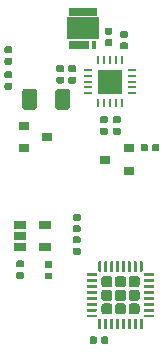
<source format=gbr>
G04 #@! TF.GenerationSoftware,KiCad,Pcbnew,5.0.1-33cea8e~68~ubuntu16.04.1*
G04 #@! TF.CreationDate,2018-12-19T12:21:55-05:00*
G04 #@! TF.ProjectId,SmallKat Battery Charger,536D616C6C4B61742042617474657279,rev?*
G04 #@! TF.SameCoordinates,Original*
G04 #@! TF.FileFunction,Paste,Bot*
G04 #@! TF.FilePolarity,Positive*
%FSLAX46Y46*%
G04 Gerber Fmt 4.6, Leading zero omitted, Abs format (unit mm)*
G04 Created by KiCad (PCBNEW 5.0.1-33cea8e~68~ubuntu16.04.1) date Wed 19 Dec 2018 12:21:55 PM EST*
%MOMM*%
%LPD*%
G01*
G04 APERTURE LIST*
%ADD10R,2.800000X1.900000*%
%ADD11R,2.390000X0.650000*%
%ADD12R,0.440000X0.650000*%
%ADD13R,1.740000X0.650000*%
%ADD14C,0.100000*%
%ADD15C,0.590000*%
%ADD16R,0.900000X0.800000*%
%ADD17C,0.930000*%
%ADD18C,0.250000*%
%ADD19R,2.050000X2.050000*%
%ADD20R,0.800000X0.230000*%
%ADD21R,0.230000X0.800000*%
%ADD22R,1.060000X0.650000*%
%ADD23C,1.250000*%
G04 APERTURE END LIST*
D10*
G04 #@! TO.C,U1*
X8900000Y-11100000D03*
D11*
X8900000Y-9725000D03*
D12*
X9840000Y-12475000D03*
D13*
X8600000Y-12475000D03*
G04 #@! TD*
D14*
G04 #@! TO.C,C1*
G36*
X11286958Y-11035710D02*
X11301276Y-11037834D01*
X11315317Y-11041351D01*
X11328946Y-11046228D01*
X11342031Y-11052417D01*
X11354447Y-11059858D01*
X11366073Y-11068481D01*
X11376798Y-11078202D01*
X11386519Y-11088927D01*
X11395142Y-11100553D01*
X11402583Y-11112969D01*
X11408772Y-11126054D01*
X11413649Y-11139683D01*
X11417166Y-11153724D01*
X11419290Y-11168042D01*
X11420000Y-11182500D01*
X11420000Y-11477500D01*
X11419290Y-11491958D01*
X11417166Y-11506276D01*
X11413649Y-11520317D01*
X11408772Y-11533946D01*
X11402583Y-11547031D01*
X11395142Y-11559447D01*
X11386519Y-11571073D01*
X11376798Y-11581798D01*
X11366073Y-11591519D01*
X11354447Y-11600142D01*
X11342031Y-11607583D01*
X11328946Y-11613772D01*
X11315317Y-11618649D01*
X11301276Y-11622166D01*
X11286958Y-11624290D01*
X11272500Y-11625000D01*
X10927500Y-11625000D01*
X10913042Y-11624290D01*
X10898724Y-11622166D01*
X10884683Y-11618649D01*
X10871054Y-11613772D01*
X10857969Y-11607583D01*
X10845553Y-11600142D01*
X10833927Y-11591519D01*
X10823202Y-11581798D01*
X10813481Y-11571073D01*
X10804858Y-11559447D01*
X10797417Y-11547031D01*
X10791228Y-11533946D01*
X10786351Y-11520317D01*
X10782834Y-11506276D01*
X10780710Y-11491958D01*
X10780000Y-11477500D01*
X10780000Y-11182500D01*
X10780710Y-11168042D01*
X10782834Y-11153724D01*
X10786351Y-11139683D01*
X10791228Y-11126054D01*
X10797417Y-11112969D01*
X10804858Y-11100553D01*
X10813481Y-11088927D01*
X10823202Y-11078202D01*
X10833927Y-11068481D01*
X10845553Y-11059858D01*
X10857969Y-11052417D01*
X10871054Y-11046228D01*
X10884683Y-11041351D01*
X10898724Y-11037834D01*
X10913042Y-11035710D01*
X10927500Y-11035000D01*
X11272500Y-11035000D01*
X11286958Y-11035710D01*
X11286958Y-11035710D01*
G37*
D15*
X11100000Y-11330000D03*
D14*
G36*
X11286958Y-12005710D02*
X11301276Y-12007834D01*
X11315317Y-12011351D01*
X11328946Y-12016228D01*
X11342031Y-12022417D01*
X11354447Y-12029858D01*
X11366073Y-12038481D01*
X11376798Y-12048202D01*
X11386519Y-12058927D01*
X11395142Y-12070553D01*
X11402583Y-12082969D01*
X11408772Y-12096054D01*
X11413649Y-12109683D01*
X11417166Y-12123724D01*
X11419290Y-12138042D01*
X11420000Y-12152500D01*
X11420000Y-12447500D01*
X11419290Y-12461958D01*
X11417166Y-12476276D01*
X11413649Y-12490317D01*
X11408772Y-12503946D01*
X11402583Y-12517031D01*
X11395142Y-12529447D01*
X11386519Y-12541073D01*
X11376798Y-12551798D01*
X11366073Y-12561519D01*
X11354447Y-12570142D01*
X11342031Y-12577583D01*
X11328946Y-12583772D01*
X11315317Y-12588649D01*
X11301276Y-12592166D01*
X11286958Y-12594290D01*
X11272500Y-12595000D01*
X10927500Y-12595000D01*
X10913042Y-12594290D01*
X10898724Y-12592166D01*
X10884683Y-12588649D01*
X10871054Y-12583772D01*
X10857969Y-12577583D01*
X10845553Y-12570142D01*
X10833927Y-12561519D01*
X10823202Y-12551798D01*
X10813481Y-12541073D01*
X10804858Y-12529447D01*
X10797417Y-12517031D01*
X10791228Y-12503946D01*
X10786351Y-12490317D01*
X10782834Y-12476276D01*
X10780710Y-12461958D01*
X10780000Y-12447500D01*
X10780000Y-12152500D01*
X10780710Y-12138042D01*
X10782834Y-12123724D01*
X10786351Y-12109683D01*
X10791228Y-12096054D01*
X10797417Y-12082969D01*
X10804858Y-12070553D01*
X10813481Y-12058927D01*
X10823202Y-12048202D01*
X10833927Y-12038481D01*
X10845553Y-12029858D01*
X10857969Y-12022417D01*
X10871054Y-12016228D01*
X10884683Y-12011351D01*
X10898724Y-12007834D01*
X10913042Y-12005710D01*
X10927500Y-12005000D01*
X11272500Y-12005000D01*
X11286958Y-12005710D01*
X11286958Y-12005710D01*
G37*
D15*
X11100000Y-12300000D03*
G04 #@! TD*
D14*
G04 #@! TO.C,C2*
G36*
X10886958Y-18535710D02*
X10901276Y-18537834D01*
X10915317Y-18541351D01*
X10928946Y-18546228D01*
X10942031Y-18552417D01*
X10954447Y-18559858D01*
X10966073Y-18568481D01*
X10976798Y-18578202D01*
X10986519Y-18588927D01*
X10995142Y-18600553D01*
X11002583Y-18612969D01*
X11008772Y-18626054D01*
X11013649Y-18639683D01*
X11017166Y-18653724D01*
X11019290Y-18668042D01*
X11020000Y-18682500D01*
X11020000Y-18977500D01*
X11019290Y-18991958D01*
X11017166Y-19006276D01*
X11013649Y-19020317D01*
X11008772Y-19033946D01*
X11002583Y-19047031D01*
X10995142Y-19059447D01*
X10986519Y-19071073D01*
X10976798Y-19081798D01*
X10966073Y-19091519D01*
X10954447Y-19100142D01*
X10942031Y-19107583D01*
X10928946Y-19113772D01*
X10915317Y-19118649D01*
X10901276Y-19122166D01*
X10886958Y-19124290D01*
X10872500Y-19125000D01*
X10527500Y-19125000D01*
X10513042Y-19124290D01*
X10498724Y-19122166D01*
X10484683Y-19118649D01*
X10471054Y-19113772D01*
X10457969Y-19107583D01*
X10445553Y-19100142D01*
X10433927Y-19091519D01*
X10423202Y-19081798D01*
X10413481Y-19071073D01*
X10404858Y-19059447D01*
X10397417Y-19047031D01*
X10391228Y-19033946D01*
X10386351Y-19020317D01*
X10382834Y-19006276D01*
X10380710Y-18991958D01*
X10380000Y-18977500D01*
X10380000Y-18682500D01*
X10380710Y-18668042D01*
X10382834Y-18653724D01*
X10386351Y-18639683D01*
X10391228Y-18626054D01*
X10397417Y-18612969D01*
X10404858Y-18600553D01*
X10413481Y-18588927D01*
X10423202Y-18578202D01*
X10433927Y-18568481D01*
X10445553Y-18559858D01*
X10457969Y-18552417D01*
X10471054Y-18546228D01*
X10484683Y-18541351D01*
X10498724Y-18537834D01*
X10513042Y-18535710D01*
X10527500Y-18535000D01*
X10872500Y-18535000D01*
X10886958Y-18535710D01*
X10886958Y-18535710D01*
G37*
D15*
X10700000Y-18830000D03*
D14*
G36*
X10886958Y-19505710D02*
X10901276Y-19507834D01*
X10915317Y-19511351D01*
X10928946Y-19516228D01*
X10942031Y-19522417D01*
X10954447Y-19529858D01*
X10966073Y-19538481D01*
X10976798Y-19548202D01*
X10986519Y-19558927D01*
X10995142Y-19570553D01*
X11002583Y-19582969D01*
X11008772Y-19596054D01*
X11013649Y-19609683D01*
X11017166Y-19623724D01*
X11019290Y-19638042D01*
X11020000Y-19652500D01*
X11020000Y-19947500D01*
X11019290Y-19961958D01*
X11017166Y-19976276D01*
X11013649Y-19990317D01*
X11008772Y-20003946D01*
X11002583Y-20017031D01*
X10995142Y-20029447D01*
X10986519Y-20041073D01*
X10976798Y-20051798D01*
X10966073Y-20061519D01*
X10954447Y-20070142D01*
X10942031Y-20077583D01*
X10928946Y-20083772D01*
X10915317Y-20088649D01*
X10901276Y-20092166D01*
X10886958Y-20094290D01*
X10872500Y-20095000D01*
X10527500Y-20095000D01*
X10513042Y-20094290D01*
X10498724Y-20092166D01*
X10484683Y-20088649D01*
X10471054Y-20083772D01*
X10457969Y-20077583D01*
X10445553Y-20070142D01*
X10433927Y-20061519D01*
X10423202Y-20051798D01*
X10413481Y-20041073D01*
X10404858Y-20029447D01*
X10397417Y-20017031D01*
X10391228Y-20003946D01*
X10386351Y-19990317D01*
X10382834Y-19976276D01*
X10380710Y-19961958D01*
X10380000Y-19947500D01*
X10380000Y-19652500D01*
X10380710Y-19638042D01*
X10382834Y-19623724D01*
X10386351Y-19609683D01*
X10391228Y-19596054D01*
X10397417Y-19582969D01*
X10404858Y-19570553D01*
X10413481Y-19558927D01*
X10423202Y-19548202D01*
X10433927Y-19538481D01*
X10445553Y-19529858D01*
X10457969Y-19522417D01*
X10471054Y-19516228D01*
X10484683Y-19511351D01*
X10498724Y-19507834D01*
X10513042Y-19505710D01*
X10527500Y-19505000D01*
X10872500Y-19505000D01*
X10886958Y-19505710D01*
X10886958Y-19505710D01*
G37*
D15*
X10700000Y-19800000D03*
G04 #@! TD*
D14*
G04 #@! TO.C,C3*
G36*
X15246958Y-20880710D02*
X15261276Y-20882834D01*
X15275317Y-20886351D01*
X15288946Y-20891228D01*
X15302031Y-20897417D01*
X15314447Y-20904858D01*
X15326073Y-20913481D01*
X15336798Y-20923202D01*
X15346519Y-20933927D01*
X15355142Y-20945553D01*
X15362583Y-20957969D01*
X15368772Y-20971054D01*
X15373649Y-20984683D01*
X15377166Y-20998724D01*
X15379290Y-21013042D01*
X15380000Y-21027500D01*
X15380000Y-21372500D01*
X15379290Y-21386958D01*
X15377166Y-21401276D01*
X15373649Y-21415317D01*
X15368772Y-21428946D01*
X15362583Y-21442031D01*
X15355142Y-21454447D01*
X15346519Y-21466073D01*
X15336798Y-21476798D01*
X15326073Y-21486519D01*
X15314447Y-21495142D01*
X15302031Y-21502583D01*
X15288946Y-21508772D01*
X15275317Y-21513649D01*
X15261276Y-21517166D01*
X15246958Y-21519290D01*
X15232500Y-21520000D01*
X14937500Y-21520000D01*
X14923042Y-21519290D01*
X14908724Y-21517166D01*
X14894683Y-21513649D01*
X14881054Y-21508772D01*
X14867969Y-21502583D01*
X14855553Y-21495142D01*
X14843927Y-21486519D01*
X14833202Y-21476798D01*
X14823481Y-21466073D01*
X14814858Y-21454447D01*
X14807417Y-21442031D01*
X14801228Y-21428946D01*
X14796351Y-21415317D01*
X14792834Y-21401276D01*
X14790710Y-21386958D01*
X14790000Y-21372500D01*
X14790000Y-21027500D01*
X14790710Y-21013042D01*
X14792834Y-20998724D01*
X14796351Y-20984683D01*
X14801228Y-20971054D01*
X14807417Y-20957969D01*
X14814858Y-20945553D01*
X14823481Y-20933927D01*
X14833202Y-20923202D01*
X14843927Y-20913481D01*
X14855553Y-20904858D01*
X14867969Y-20897417D01*
X14881054Y-20891228D01*
X14894683Y-20886351D01*
X14908724Y-20882834D01*
X14923042Y-20880710D01*
X14937500Y-20880000D01*
X15232500Y-20880000D01*
X15246958Y-20880710D01*
X15246958Y-20880710D01*
G37*
D15*
X15085000Y-21200000D03*
D14*
G36*
X14276958Y-20880710D02*
X14291276Y-20882834D01*
X14305317Y-20886351D01*
X14318946Y-20891228D01*
X14332031Y-20897417D01*
X14344447Y-20904858D01*
X14356073Y-20913481D01*
X14366798Y-20923202D01*
X14376519Y-20933927D01*
X14385142Y-20945553D01*
X14392583Y-20957969D01*
X14398772Y-20971054D01*
X14403649Y-20984683D01*
X14407166Y-20998724D01*
X14409290Y-21013042D01*
X14410000Y-21027500D01*
X14410000Y-21372500D01*
X14409290Y-21386958D01*
X14407166Y-21401276D01*
X14403649Y-21415317D01*
X14398772Y-21428946D01*
X14392583Y-21442031D01*
X14385142Y-21454447D01*
X14376519Y-21466073D01*
X14366798Y-21476798D01*
X14356073Y-21486519D01*
X14344447Y-21495142D01*
X14332031Y-21502583D01*
X14318946Y-21508772D01*
X14305317Y-21513649D01*
X14291276Y-21517166D01*
X14276958Y-21519290D01*
X14262500Y-21520000D01*
X13967500Y-21520000D01*
X13953042Y-21519290D01*
X13938724Y-21517166D01*
X13924683Y-21513649D01*
X13911054Y-21508772D01*
X13897969Y-21502583D01*
X13885553Y-21495142D01*
X13873927Y-21486519D01*
X13863202Y-21476798D01*
X13853481Y-21466073D01*
X13844858Y-21454447D01*
X13837417Y-21442031D01*
X13831228Y-21428946D01*
X13826351Y-21415317D01*
X13822834Y-21401276D01*
X13820710Y-21386958D01*
X13820000Y-21372500D01*
X13820000Y-21027500D01*
X13820710Y-21013042D01*
X13822834Y-20998724D01*
X13826351Y-20984683D01*
X13831228Y-20971054D01*
X13837417Y-20957969D01*
X13844858Y-20945553D01*
X13853481Y-20933927D01*
X13863202Y-20923202D01*
X13873927Y-20913481D01*
X13885553Y-20904858D01*
X13897969Y-20897417D01*
X13911054Y-20891228D01*
X13924683Y-20886351D01*
X13938724Y-20882834D01*
X13953042Y-20880710D01*
X13967500Y-20880000D01*
X14262500Y-20880000D01*
X14276958Y-20880710D01*
X14276958Y-20880710D01*
G37*
D15*
X14115000Y-21200000D03*
G04 #@! TD*
D16*
G04 #@! TO.C,D1*
X5900000Y-20300000D03*
X3900000Y-19350000D03*
X3900000Y-21250000D03*
G04 #@! TD*
G04 #@! TO.C,D2*
X12800000Y-21250000D03*
X12800000Y-23150000D03*
X10800000Y-22200000D03*
G04 #@! TD*
D14*
G04 #@! TO.C,R1*
G36*
X9961958Y-37180710D02*
X9976276Y-37182834D01*
X9990317Y-37186351D01*
X10003946Y-37191228D01*
X10017031Y-37197417D01*
X10029447Y-37204858D01*
X10041073Y-37213481D01*
X10051798Y-37223202D01*
X10061519Y-37233927D01*
X10070142Y-37245553D01*
X10077583Y-37257969D01*
X10083772Y-37271054D01*
X10088649Y-37284683D01*
X10092166Y-37298724D01*
X10094290Y-37313042D01*
X10095000Y-37327500D01*
X10095000Y-37672500D01*
X10094290Y-37686958D01*
X10092166Y-37701276D01*
X10088649Y-37715317D01*
X10083772Y-37728946D01*
X10077583Y-37742031D01*
X10070142Y-37754447D01*
X10061519Y-37766073D01*
X10051798Y-37776798D01*
X10041073Y-37786519D01*
X10029447Y-37795142D01*
X10017031Y-37802583D01*
X10003946Y-37808772D01*
X9990317Y-37813649D01*
X9976276Y-37817166D01*
X9961958Y-37819290D01*
X9947500Y-37820000D01*
X9652500Y-37820000D01*
X9638042Y-37819290D01*
X9623724Y-37817166D01*
X9609683Y-37813649D01*
X9596054Y-37808772D01*
X9582969Y-37802583D01*
X9570553Y-37795142D01*
X9558927Y-37786519D01*
X9548202Y-37776798D01*
X9538481Y-37766073D01*
X9529858Y-37754447D01*
X9522417Y-37742031D01*
X9516228Y-37728946D01*
X9511351Y-37715317D01*
X9507834Y-37701276D01*
X9505710Y-37686958D01*
X9505000Y-37672500D01*
X9505000Y-37327500D01*
X9505710Y-37313042D01*
X9507834Y-37298724D01*
X9511351Y-37284683D01*
X9516228Y-37271054D01*
X9522417Y-37257969D01*
X9529858Y-37245553D01*
X9538481Y-37233927D01*
X9548202Y-37223202D01*
X9558927Y-37213481D01*
X9570553Y-37204858D01*
X9582969Y-37197417D01*
X9596054Y-37191228D01*
X9609683Y-37186351D01*
X9623724Y-37182834D01*
X9638042Y-37180710D01*
X9652500Y-37180000D01*
X9947500Y-37180000D01*
X9961958Y-37180710D01*
X9961958Y-37180710D01*
G37*
D15*
X9800000Y-37500000D03*
D14*
G36*
X10931958Y-37180710D02*
X10946276Y-37182834D01*
X10960317Y-37186351D01*
X10973946Y-37191228D01*
X10987031Y-37197417D01*
X10999447Y-37204858D01*
X11011073Y-37213481D01*
X11021798Y-37223202D01*
X11031519Y-37233927D01*
X11040142Y-37245553D01*
X11047583Y-37257969D01*
X11053772Y-37271054D01*
X11058649Y-37284683D01*
X11062166Y-37298724D01*
X11064290Y-37313042D01*
X11065000Y-37327500D01*
X11065000Y-37672500D01*
X11064290Y-37686958D01*
X11062166Y-37701276D01*
X11058649Y-37715317D01*
X11053772Y-37728946D01*
X11047583Y-37742031D01*
X11040142Y-37754447D01*
X11031519Y-37766073D01*
X11021798Y-37776798D01*
X11011073Y-37786519D01*
X10999447Y-37795142D01*
X10987031Y-37802583D01*
X10973946Y-37808772D01*
X10960317Y-37813649D01*
X10946276Y-37817166D01*
X10931958Y-37819290D01*
X10917500Y-37820000D01*
X10622500Y-37820000D01*
X10608042Y-37819290D01*
X10593724Y-37817166D01*
X10579683Y-37813649D01*
X10566054Y-37808772D01*
X10552969Y-37802583D01*
X10540553Y-37795142D01*
X10528927Y-37786519D01*
X10518202Y-37776798D01*
X10508481Y-37766073D01*
X10499858Y-37754447D01*
X10492417Y-37742031D01*
X10486228Y-37728946D01*
X10481351Y-37715317D01*
X10477834Y-37701276D01*
X10475710Y-37686958D01*
X10475000Y-37672500D01*
X10475000Y-37327500D01*
X10475710Y-37313042D01*
X10477834Y-37298724D01*
X10481351Y-37284683D01*
X10486228Y-37271054D01*
X10492417Y-37257969D01*
X10499858Y-37245553D01*
X10508481Y-37233927D01*
X10518202Y-37223202D01*
X10528927Y-37213481D01*
X10540553Y-37204858D01*
X10552969Y-37197417D01*
X10566054Y-37191228D01*
X10579683Y-37186351D01*
X10593724Y-37182834D01*
X10608042Y-37180710D01*
X10622500Y-37180000D01*
X10917500Y-37180000D01*
X10931958Y-37180710D01*
X10931958Y-37180710D01*
G37*
D15*
X10770000Y-37500000D03*
G04 #@! TD*
D14*
G04 #@! TO.C,R4*
G36*
X8186958Y-15190710D02*
X8201276Y-15192834D01*
X8215317Y-15196351D01*
X8228946Y-15201228D01*
X8242031Y-15207417D01*
X8254447Y-15214858D01*
X8266073Y-15223481D01*
X8276798Y-15233202D01*
X8286519Y-15243927D01*
X8295142Y-15255553D01*
X8302583Y-15267969D01*
X8308772Y-15281054D01*
X8313649Y-15294683D01*
X8317166Y-15308724D01*
X8319290Y-15323042D01*
X8320000Y-15337500D01*
X8320000Y-15632500D01*
X8319290Y-15646958D01*
X8317166Y-15661276D01*
X8313649Y-15675317D01*
X8308772Y-15688946D01*
X8302583Y-15702031D01*
X8295142Y-15714447D01*
X8286519Y-15726073D01*
X8276798Y-15736798D01*
X8266073Y-15746519D01*
X8254447Y-15755142D01*
X8242031Y-15762583D01*
X8228946Y-15768772D01*
X8215317Y-15773649D01*
X8201276Y-15777166D01*
X8186958Y-15779290D01*
X8172500Y-15780000D01*
X7827500Y-15780000D01*
X7813042Y-15779290D01*
X7798724Y-15777166D01*
X7784683Y-15773649D01*
X7771054Y-15768772D01*
X7757969Y-15762583D01*
X7745553Y-15755142D01*
X7733927Y-15746519D01*
X7723202Y-15736798D01*
X7713481Y-15726073D01*
X7704858Y-15714447D01*
X7697417Y-15702031D01*
X7691228Y-15688946D01*
X7686351Y-15675317D01*
X7682834Y-15661276D01*
X7680710Y-15646958D01*
X7680000Y-15632500D01*
X7680000Y-15337500D01*
X7680710Y-15323042D01*
X7682834Y-15308724D01*
X7686351Y-15294683D01*
X7691228Y-15281054D01*
X7697417Y-15267969D01*
X7704858Y-15255553D01*
X7713481Y-15243927D01*
X7723202Y-15233202D01*
X7733927Y-15223481D01*
X7745553Y-15214858D01*
X7757969Y-15207417D01*
X7771054Y-15201228D01*
X7784683Y-15196351D01*
X7798724Y-15192834D01*
X7813042Y-15190710D01*
X7827500Y-15190000D01*
X8172500Y-15190000D01*
X8186958Y-15190710D01*
X8186958Y-15190710D01*
G37*
D15*
X8000000Y-15485000D03*
D14*
G36*
X8186958Y-14220710D02*
X8201276Y-14222834D01*
X8215317Y-14226351D01*
X8228946Y-14231228D01*
X8242031Y-14237417D01*
X8254447Y-14244858D01*
X8266073Y-14253481D01*
X8276798Y-14263202D01*
X8286519Y-14273927D01*
X8295142Y-14285553D01*
X8302583Y-14297969D01*
X8308772Y-14311054D01*
X8313649Y-14324683D01*
X8317166Y-14338724D01*
X8319290Y-14353042D01*
X8320000Y-14367500D01*
X8320000Y-14662500D01*
X8319290Y-14676958D01*
X8317166Y-14691276D01*
X8313649Y-14705317D01*
X8308772Y-14718946D01*
X8302583Y-14732031D01*
X8295142Y-14744447D01*
X8286519Y-14756073D01*
X8276798Y-14766798D01*
X8266073Y-14776519D01*
X8254447Y-14785142D01*
X8242031Y-14792583D01*
X8228946Y-14798772D01*
X8215317Y-14803649D01*
X8201276Y-14807166D01*
X8186958Y-14809290D01*
X8172500Y-14810000D01*
X7827500Y-14810000D01*
X7813042Y-14809290D01*
X7798724Y-14807166D01*
X7784683Y-14803649D01*
X7771054Y-14798772D01*
X7757969Y-14792583D01*
X7745553Y-14785142D01*
X7733927Y-14776519D01*
X7723202Y-14766798D01*
X7713481Y-14756073D01*
X7704858Y-14744447D01*
X7697417Y-14732031D01*
X7691228Y-14718946D01*
X7686351Y-14705317D01*
X7682834Y-14691276D01*
X7680710Y-14676958D01*
X7680000Y-14662500D01*
X7680000Y-14367500D01*
X7680710Y-14353042D01*
X7682834Y-14338724D01*
X7686351Y-14324683D01*
X7691228Y-14311054D01*
X7697417Y-14297969D01*
X7704858Y-14285553D01*
X7713481Y-14273927D01*
X7723202Y-14263202D01*
X7733927Y-14253481D01*
X7745553Y-14244858D01*
X7757969Y-14237417D01*
X7771054Y-14231228D01*
X7784683Y-14226351D01*
X7798724Y-14222834D01*
X7813042Y-14220710D01*
X7827500Y-14220000D01*
X8172500Y-14220000D01*
X8186958Y-14220710D01*
X8186958Y-14220710D01*
G37*
D15*
X8000000Y-14515000D03*
G04 #@! TD*
D14*
G04 #@! TO.C,R6*
G36*
X7186958Y-14205710D02*
X7201276Y-14207834D01*
X7215317Y-14211351D01*
X7228946Y-14216228D01*
X7242031Y-14222417D01*
X7254447Y-14229858D01*
X7266073Y-14238481D01*
X7276798Y-14248202D01*
X7286519Y-14258927D01*
X7295142Y-14270553D01*
X7302583Y-14282969D01*
X7308772Y-14296054D01*
X7313649Y-14309683D01*
X7317166Y-14323724D01*
X7319290Y-14338042D01*
X7320000Y-14352500D01*
X7320000Y-14647500D01*
X7319290Y-14661958D01*
X7317166Y-14676276D01*
X7313649Y-14690317D01*
X7308772Y-14703946D01*
X7302583Y-14717031D01*
X7295142Y-14729447D01*
X7286519Y-14741073D01*
X7276798Y-14751798D01*
X7266073Y-14761519D01*
X7254447Y-14770142D01*
X7242031Y-14777583D01*
X7228946Y-14783772D01*
X7215317Y-14788649D01*
X7201276Y-14792166D01*
X7186958Y-14794290D01*
X7172500Y-14795000D01*
X6827500Y-14795000D01*
X6813042Y-14794290D01*
X6798724Y-14792166D01*
X6784683Y-14788649D01*
X6771054Y-14783772D01*
X6757969Y-14777583D01*
X6745553Y-14770142D01*
X6733927Y-14761519D01*
X6723202Y-14751798D01*
X6713481Y-14741073D01*
X6704858Y-14729447D01*
X6697417Y-14717031D01*
X6691228Y-14703946D01*
X6686351Y-14690317D01*
X6682834Y-14676276D01*
X6680710Y-14661958D01*
X6680000Y-14647500D01*
X6680000Y-14352500D01*
X6680710Y-14338042D01*
X6682834Y-14323724D01*
X6686351Y-14309683D01*
X6691228Y-14296054D01*
X6697417Y-14282969D01*
X6704858Y-14270553D01*
X6713481Y-14258927D01*
X6723202Y-14248202D01*
X6733927Y-14238481D01*
X6745553Y-14229858D01*
X6757969Y-14222417D01*
X6771054Y-14216228D01*
X6784683Y-14211351D01*
X6798724Y-14207834D01*
X6813042Y-14205710D01*
X6827500Y-14205000D01*
X7172500Y-14205000D01*
X7186958Y-14205710D01*
X7186958Y-14205710D01*
G37*
D15*
X7000000Y-14500000D03*
D14*
G36*
X7186958Y-15175710D02*
X7201276Y-15177834D01*
X7215317Y-15181351D01*
X7228946Y-15186228D01*
X7242031Y-15192417D01*
X7254447Y-15199858D01*
X7266073Y-15208481D01*
X7276798Y-15218202D01*
X7286519Y-15228927D01*
X7295142Y-15240553D01*
X7302583Y-15252969D01*
X7308772Y-15266054D01*
X7313649Y-15279683D01*
X7317166Y-15293724D01*
X7319290Y-15308042D01*
X7320000Y-15322500D01*
X7320000Y-15617500D01*
X7319290Y-15631958D01*
X7317166Y-15646276D01*
X7313649Y-15660317D01*
X7308772Y-15673946D01*
X7302583Y-15687031D01*
X7295142Y-15699447D01*
X7286519Y-15711073D01*
X7276798Y-15721798D01*
X7266073Y-15731519D01*
X7254447Y-15740142D01*
X7242031Y-15747583D01*
X7228946Y-15753772D01*
X7215317Y-15758649D01*
X7201276Y-15762166D01*
X7186958Y-15764290D01*
X7172500Y-15765000D01*
X6827500Y-15765000D01*
X6813042Y-15764290D01*
X6798724Y-15762166D01*
X6784683Y-15758649D01*
X6771054Y-15753772D01*
X6757969Y-15747583D01*
X6745553Y-15740142D01*
X6733927Y-15731519D01*
X6723202Y-15721798D01*
X6713481Y-15711073D01*
X6704858Y-15699447D01*
X6697417Y-15687031D01*
X6691228Y-15673946D01*
X6686351Y-15660317D01*
X6682834Y-15646276D01*
X6680710Y-15631958D01*
X6680000Y-15617500D01*
X6680000Y-15322500D01*
X6680710Y-15308042D01*
X6682834Y-15293724D01*
X6686351Y-15279683D01*
X6691228Y-15266054D01*
X6697417Y-15252969D01*
X6704858Y-15240553D01*
X6713481Y-15228927D01*
X6723202Y-15218202D01*
X6733927Y-15208481D01*
X6745553Y-15199858D01*
X6757969Y-15192417D01*
X6771054Y-15186228D01*
X6784683Y-15181351D01*
X6798724Y-15177834D01*
X6813042Y-15175710D01*
X6827500Y-15175000D01*
X7172500Y-15175000D01*
X7186958Y-15175710D01*
X7186958Y-15175710D01*
G37*
D15*
X7000000Y-15470000D03*
G04 #@! TD*
D14*
G04 #@! TO.C,R9*
G36*
X11986958Y-19505710D02*
X12001276Y-19507834D01*
X12015317Y-19511351D01*
X12028946Y-19516228D01*
X12042031Y-19522417D01*
X12054447Y-19529858D01*
X12066073Y-19538481D01*
X12076798Y-19548202D01*
X12086519Y-19558927D01*
X12095142Y-19570553D01*
X12102583Y-19582969D01*
X12108772Y-19596054D01*
X12113649Y-19609683D01*
X12117166Y-19623724D01*
X12119290Y-19638042D01*
X12120000Y-19652500D01*
X12120000Y-19947500D01*
X12119290Y-19961958D01*
X12117166Y-19976276D01*
X12113649Y-19990317D01*
X12108772Y-20003946D01*
X12102583Y-20017031D01*
X12095142Y-20029447D01*
X12086519Y-20041073D01*
X12076798Y-20051798D01*
X12066073Y-20061519D01*
X12054447Y-20070142D01*
X12042031Y-20077583D01*
X12028946Y-20083772D01*
X12015317Y-20088649D01*
X12001276Y-20092166D01*
X11986958Y-20094290D01*
X11972500Y-20095000D01*
X11627500Y-20095000D01*
X11613042Y-20094290D01*
X11598724Y-20092166D01*
X11584683Y-20088649D01*
X11571054Y-20083772D01*
X11557969Y-20077583D01*
X11545553Y-20070142D01*
X11533927Y-20061519D01*
X11523202Y-20051798D01*
X11513481Y-20041073D01*
X11504858Y-20029447D01*
X11497417Y-20017031D01*
X11491228Y-20003946D01*
X11486351Y-19990317D01*
X11482834Y-19976276D01*
X11480710Y-19961958D01*
X11480000Y-19947500D01*
X11480000Y-19652500D01*
X11480710Y-19638042D01*
X11482834Y-19623724D01*
X11486351Y-19609683D01*
X11491228Y-19596054D01*
X11497417Y-19582969D01*
X11504858Y-19570553D01*
X11513481Y-19558927D01*
X11523202Y-19548202D01*
X11533927Y-19538481D01*
X11545553Y-19529858D01*
X11557969Y-19522417D01*
X11571054Y-19516228D01*
X11584683Y-19511351D01*
X11598724Y-19507834D01*
X11613042Y-19505710D01*
X11627500Y-19505000D01*
X11972500Y-19505000D01*
X11986958Y-19505710D01*
X11986958Y-19505710D01*
G37*
D15*
X11800000Y-19800000D03*
D14*
G36*
X11986958Y-18535710D02*
X12001276Y-18537834D01*
X12015317Y-18541351D01*
X12028946Y-18546228D01*
X12042031Y-18552417D01*
X12054447Y-18559858D01*
X12066073Y-18568481D01*
X12076798Y-18578202D01*
X12086519Y-18588927D01*
X12095142Y-18600553D01*
X12102583Y-18612969D01*
X12108772Y-18626054D01*
X12113649Y-18639683D01*
X12117166Y-18653724D01*
X12119290Y-18668042D01*
X12120000Y-18682500D01*
X12120000Y-18977500D01*
X12119290Y-18991958D01*
X12117166Y-19006276D01*
X12113649Y-19020317D01*
X12108772Y-19033946D01*
X12102583Y-19047031D01*
X12095142Y-19059447D01*
X12086519Y-19071073D01*
X12076798Y-19081798D01*
X12066073Y-19091519D01*
X12054447Y-19100142D01*
X12042031Y-19107583D01*
X12028946Y-19113772D01*
X12015317Y-19118649D01*
X12001276Y-19122166D01*
X11986958Y-19124290D01*
X11972500Y-19125000D01*
X11627500Y-19125000D01*
X11613042Y-19124290D01*
X11598724Y-19122166D01*
X11584683Y-19118649D01*
X11571054Y-19113772D01*
X11557969Y-19107583D01*
X11545553Y-19100142D01*
X11533927Y-19091519D01*
X11523202Y-19081798D01*
X11513481Y-19071073D01*
X11504858Y-19059447D01*
X11497417Y-19047031D01*
X11491228Y-19033946D01*
X11486351Y-19020317D01*
X11482834Y-19006276D01*
X11480710Y-18991958D01*
X11480000Y-18977500D01*
X11480000Y-18682500D01*
X11480710Y-18668042D01*
X11482834Y-18653724D01*
X11486351Y-18639683D01*
X11491228Y-18626054D01*
X11497417Y-18612969D01*
X11504858Y-18600553D01*
X11513481Y-18588927D01*
X11523202Y-18578202D01*
X11533927Y-18568481D01*
X11545553Y-18559858D01*
X11557969Y-18552417D01*
X11571054Y-18546228D01*
X11584683Y-18541351D01*
X11598724Y-18537834D01*
X11613042Y-18535710D01*
X11627500Y-18535000D01*
X11972500Y-18535000D01*
X11986958Y-18535710D01*
X11986958Y-18535710D01*
G37*
D15*
X11800000Y-18830000D03*
G04 #@! TD*
D14*
G04 #@! TO.C,R13*
G36*
X12586958Y-11320710D02*
X12601276Y-11322834D01*
X12615317Y-11326351D01*
X12628946Y-11331228D01*
X12642031Y-11337417D01*
X12654447Y-11344858D01*
X12666073Y-11353481D01*
X12676798Y-11363202D01*
X12686519Y-11373927D01*
X12695142Y-11385553D01*
X12702583Y-11397969D01*
X12708772Y-11411054D01*
X12713649Y-11424683D01*
X12717166Y-11438724D01*
X12719290Y-11453042D01*
X12720000Y-11467500D01*
X12720000Y-11762500D01*
X12719290Y-11776958D01*
X12717166Y-11791276D01*
X12713649Y-11805317D01*
X12708772Y-11818946D01*
X12702583Y-11832031D01*
X12695142Y-11844447D01*
X12686519Y-11856073D01*
X12676798Y-11866798D01*
X12666073Y-11876519D01*
X12654447Y-11885142D01*
X12642031Y-11892583D01*
X12628946Y-11898772D01*
X12615317Y-11903649D01*
X12601276Y-11907166D01*
X12586958Y-11909290D01*
X12572500Y-11910000D01*
X12227500Y-11910000D01*
X12213042Y-11909290D01*
X12198724Y-11907166D01*
X12184683Y-11903649D01*
X12171054Y-11898772D01*
X12157969Y-11892583D01*
X12145553Y-11885142D01*
X12133927Y-11876519D01*
X12123202Y-11866798D01*
X12113481Y-11856073D01*
X12104858Y-11844447D01*
X12097417Y-11832031D01*
X12091228Y-11818946D01*
X12086351Y-11805317D01*
X12082834Y-11791276D01*
X12080710Y-11776958D01*
X12080000Y-11762500D01*
X12080000Y-11467500D01*
X12080710Y-11453042D01*
X12082834Y-11438724D01*
X12086351Y-11424683D01*
X12091228Y-11411054D01*
X12097417Y-11397969D01*
X12104858Y-11385553D01*
X12113481Y-11373927D01*
X12123202Y-11363202D01*
X12133927Y-11353481D01*
X12145553Y-11344858D01*
X12157969Y-11337417D01*
X12171054Y-11331228D01*
X12184683Y-11326351D01*
X12198724Y-11322834D01*
X12213042Y-11320710D01*
X12227500Y-11320000D01*
X12572500Y-11320000D01*
X12586958Y-11320710D01*
X12586958Y-11320710D01*
G37*
D15*
X12400000Y-11615000D03*
D14*
G36*
X12586958Y-12290710D02*
X12601276Y-12292834D01*
X12615317Y-12296351D01*
X12628946Y-12301228D01*
X12642031Y-12307417D01*
X12654447Y-12314858D01*
X12666073Y-12323481D01*
X12676798Y-12333202D01*
X12686519Y-12343927D01*
X12695142Y-12355553D01*
X12702583Y-12367969D01*
X12708772Y-12381054D01*
X12713649Y-12394683D01*
X12717166Y-12408724D01*
X12719290Y-12423042D01*
X12720000Y-12437500D01*
X12720000Y-12732500D01*
X12719290Y-12746958D01*
X12717166Y-12761276D01*
X12713649Y-12775317D01*
X12708772Y-12788946D01*
X12702583Y-12802031D01*
X12695142Y-12814447D01*
X12686519Y-12826073D01*
X12676798Y-12836798D01*
X12666073Y-12846519D01*
X12654447Y-12855142D01*
X12642031Y-12862583D01*
X12628946Y-12868772D01*
X12615317Y-12873649D01*
X12601276Y-12877166D01*
X12586958Y-12879290D01*
X12572500Y-12880000D01*
X12227500Y-12880000D01*
X12213042Y-12879290D01*
X12198724Y-12877166D01*
X12184683Y-12873649D01*
X12171054Y-12868772D01*
X12157969Y-12862583D01*
X12145553Y-12855142D01*
X12133927Y-12846519D01*
X12123202Y-12836798D01*
X12113481Y-12826073D01*
X12104858Y-12814447D01*
X12097417Y-12802031D01*
X12091228Y-12788946D01*
X12086351Y-12775317D01*
X12082834Y-12761276D01*
X12080710Y-12746958D01*
X12080000Y-12732500D01*
X12080000Y-12437500D01*
X12080710Y-12423042D01*
X12082834Y-12408724D01*
X12086351Y-12394683D01*
X12091228Y-12381054D01*
X12097417Y-12367969D01*
X12104858Y-12355553D01*
X12113481Y-12343927D01*
X12123202Y-12333202D01*
X12133927Y-12323481D01*
X12145553Y-12314858D01*
X12157969Y-12307417D01*
X12171054Y-12301228D01*
X12184683Y-12296351D01*
X12198724Y-12292834D01*
X12213042Y-12290710D01*
X12227500Y-12290000D01*
X12572500Y-12290000D01*
X12586958Y-12290710D01*
X12586958Y-12290710D01*
G37*
D15*
X12400000Y-12585000D03*
G04 #@! TD*
D14*
G04 #@! TO.C,R14*
G36*
X8586958Y-27775710D02*
X8601276Y-27777834D01*
X8615317Y-27781351D01*
X8628946Y-27786228D01*
X8642031Y-27792417D01*
X8654447Y-27799858D01*
X8666073Y-27808481D01*
X8676798Y-27818202D01*
X8686519Y-27828927D01*
X8695142Y-27840553D01*
X8702583Y-27852969D01*
X8708772Y-27866054D01*
X8713649Y-27879683D01*
X8717166Y-27893724D01*
X8719290Y-27908042D01*
X8720000Y-27922500D01*
X8720000Y-28217500D01*
X8719290Y-28231958D01*
X8717166Y-28246276D01*
X8713649Y-28260317D01*
X8708772Y-28273946D01*
X8702583Y-28287031D01*
X8695142Y-28299447D01*
X8686519Y-28311073D01*
X8676798Y-28321798D01*
X8666073Y-28331519D01*
X8654447Y-28340142D01*
X8642031Y-28347583D01*
X8628946Y-28353772D01*
X8615317Y-28358649D01*
X8601276Y-28362166D01*
X8586958Y-28364290D01*
X8572500Y-28365000D01*
X8227500Y-28365000D01*
X8213042Y-28364290D01*
X8198724Y-28362166D01*
X8184683Y-28358649D01*
X8171054Y-28353772D01*
X8157969Y-28347583D01*
X8145553Y-28340142D01*
X8133927Y-28331519D01*
X8123202Y-28321798D01*
X8113481Y-28311073D01*
X8104858Y-28299447D01*
X8097417Y-28287031D01*
X8091228Y-28273946D01*
X8086351Y-28260317D01*
X8082834Y-28246276D01*
X8080710Y-28231958D01*
X8080000Y-28217500D01*
X8080000Y-27922500D01*
X8080710Y-27908042D01*
X8082834Y-27893724D01*
X8086351Y-27879683D01*
X8091228Y-27866054D01*
X8097417Y-27852969D01*
X8104858Y-27840553D01*
X8113481Y-27828927D01*
X8123202Y-27818202D01*
X8133927Y-27808481D01*
X8145553Y-27799858D01*
X8157969Y-27792417D01*
X8171054Y-27786228D01*
X8184683Y-27781351D01*
X8198724Y-27777834D01*
X8213042Y-27775710D01*
X8227500Y-27775000D01*
X8572500Y-27775000D01*
X8586958Y-27775710D01*
X8586958Y-27775710D01*
G37*
D15*
X8400000Y-28070000D03*
D14*
G36*
X8586958Y-26805710D02*
X8601276Y-26807834D01*
X8615317Y-26811351D01*
X8628946Y-26816228D01*
X8642031Y-26822417D01*
X8654447Y-26829858D01*
X8666073Y-26838481D01*
X8676798Y-26848202D01*
X8686519Y-26858927D01*
X8695142Y-26870553D01*
X8702583Y-26882969D01*
X8708772Y-26896054D01*
X8713649Y-26909683D01*
X8717166Y-26923724D01*
X8719290Y-26938042D01*
X8720000Y-26952500D01*
X8720000Y-27247500D01*
X8719290Y-27261958D01*
X8717166Y-27276276D01*
X8713649Y-27290317D01*
X8708772Y-27303946D01*
X8702583Y-27317031D01*
X8695142Y-27329447D01*
X8686519Y-27341073D01*
X8676798Y-27351798D01*
X8666073Y-27361519D01*
X8654447Y-27370142D01*
X8642031Y-27377583D01*
X8628946Y-27383772D01*
X8615317Y-27388649D01*
X8601276Y-27392166D01*
X8586958Y-27394290D01*
X8572500Y-27395000D01*
X8227500Y-27395000D01*
X8213042Y-27394290D01*
X8198724Y-27392166D01*
X8184683Y-27388649D01*
X8171054Y-27383772D01*
X8157969Y-27377583D01*
X8145553Y-27370142D01*
X8133927Y-27361519D01*
X8123202Y-27351798D01*
X8113481Y-27341073D01*
X8104858Y-27329447D01*
X8097417Y-27317031D01*
X8091228Y-27303946D01*
X8086351Y-27290317D01*
X8082834Y-27276276D01*
X8080710Y-27261958D01*
X8080000Y-27247500D01*
X8080000Y-26952500D01*
X8080710Y-26938042D01*
X8082834Y-26923724D01*
X8086351Y-26909683D01*
X8091228Y-26896054D01*
X8097417Y-26882969D01*
X8104858Y-26870553D01*
X8113481Y-26858927D01*
X8123202Y-26848202D01*
X8133927Y-26838481D01*
X8145553Y-26829858D01*
X8157969Y-26822417D01*
X8171054Y-26816228D01*
X8184683Y-26811351D01*
X8198724Y-26807834D01*
X8213042Y-26805710D01*
X8227500Y-26805000D01*
X8572500Y-26805000D01*
X8586958Y-26805710D01*
X8586958Y-26805710D01*
G37*
D15*
X8400000Y-27100000D03*
G04 #@! TD*
D14*
G04 #@! TO.C,R15*
G36*
X8586958Y-28705710D02*
X8601276Y-28707834D01*
X8615317Y-28711351D01*
X8628946Y-28716228D01*
X8642031Y-28722417D01*
X8654447Y-28729858D01*
X8666073Y-28738481D01*
X8676798Y-28748202D01*
X8686519Y-28758927D01*
X8695142Y-28770553D01*
X8702583Y-28782969D01*
X8708772Y-28796054D01*
X8713649Y-28809683D01*
X8717166Y-28823724D01*
X8719290Y-28838042D01*
X8720000Y-28852500D01*
X8720000Y-29147500D01*
X8719290Y-29161958D01*
X8717166Y-29176276D01*
X8713649Y-29190317D01*
X8708772Y-29203946D01*
X8702583Y-29217031D01*
X8695142Y-29229447D01*
X8686519Y-29241073D01*
X8676798Y-29251798D01*
X8666073Y-29261519D01*
X8654447Y-29270142D01*
X8642031Y-29277583D01*
X8628946Y-29283772D01*
X8615317Y-29288649D01*
X8601276Y-29292166D01*
X8586958Y-29294290D01*
X8572500Y-29295000D01*
X8227500Y-29295000D01*
X8213042Y-29294290D01*
X8198724Y-29292166D01*
X8184683Y-29288649D01*
X8171054Y-29283772D01*
X8157969Y-29277583D01*
X8145553Y-29270142D01*
X8133927Y-29261519D01*
X8123202Y-29251798D01*
X8113481Y-29241073D01*
X8104858Y-29229447D01*
X8097417Y-29217031D01*
X8091228Y-29203946D01*
X8086351Y-29190317D01*
X8082834Y-29176276D01*
X8080710Y-29161958D01*
X8080000Y-29147500D01*
X8080000Y-28852500D01*
X8080710Y-28838042D01*
X8082834Y-28823724D01*
X8086351Y-28809683D01*
X8091228Y-28796054D01*
X8097417Y-28782969D01*
X8104858Y-28770553D01*
X8113481Y-28758927D01*
X8123202Y-28748202D01*
X8133927Y-28738481D01*
X8145553Y-28729858D01*
X8157969Y-28722417D01*
X8171054Y-28716228D01*
X8184683Y-28711351D01*
X8198724Y-28707834D01*
X8213042Y-28705710D01*
X8227500Y-28705000D01*
X8572500Y-28705000D01*
X8586958Y-28705710D01*
X8586958Y-28705710D01*
G37*
D15*
X8400000Y-29000000D03*
D14*
G36*
X8586958Y-29675710D02*
X8601276Y-29677834D01*
X8615317Y-29681351D01*
X8628946Y-29686228D01*
X8642031Y-29692417D01*
X8654447Y-29699858D01*
X8666073Y-29708481D01*
X8676798Y-29718202D01*
X8686519Y-29728927D01*
X8695142Y-29740553D01*
X8702583Y-29752969D01*
X8708772Y-29766054D01*
X8713649Y-29779683D01*
X8717166Y-29793724D01*
X8719290Y-29808042D01*
X8720000Y-29822500D01*
X8720000Y-30117500D01*
X8719290Y-30131958D01*
X8717166Y-30146276D01*
X8713649Y-30160317D01*
X8708772Y-30173946D01*
X8702583Y-30187031D01*
X8695142Y-30199447D01*
X8686519Y-30211073D01*
X8676798Y-30221798D01*
X8666073Y-30231519D01*
X8654447Y-30240142D01*
X8642031Y-30247583D01*
X8628946Y-30253772D01*
X8615317Y-30258649D01*
X8601276Y-30262166D01*
X8586958Y-30264290D01*
X8572500Y-30265000D01*
X8227500Y-30265000D01*
X8213042Y-30264290D01*
X8198724Y-30262166D01*
X8184683Y-30258649D01*
X8171054Y-30253772D01*
X8157969Y-30247583D01*
X8145553Y-30240142D01*
X8133927Y-30231519D01*
X8123202Y-30221798D01*
X8113481Y-30211073D01*
X8104858Y-30199447D01*
X8097417Y-30187031D01*
X8091228Y-30173946D01*
X8086351Y-30160317D01*
X8082834Y-30146276D01*
X8080710Y-30131958D01*
X8080000Y-30117500D01*
X8080000Y-29822500D01*
X8080710Y-29808042D01*
X8082834Y-29793724D01*
X8086351Y-29779683D01*
X8091228Y-29766054D01*
X8097417Y-29752969D01*
X8104858Y-29740553D01*
X8113481Y-29728927D01*
X8123202Y-29718202D01*
X8133927Y-29708481D01*
X8145553Y-29699858D01*
X8157969Y-29692417D01*
X8171054Y-29686228D01*
X8184683Y-29681351D01*
X8198724Y-29677834D01*
X8213042Y-29675710D01*
X8227500Y-29675000D01*
X8572500Y-29675000D01*
X8586958Y-29675710D01*
X8586958Y-29675710D01*
G37*
D15*
X8400000Y-29970000D03*
G04 #@! TD*
D14*
G04 #@! TO.C,U2*
G36*
X11205289Y-34386120D02*
X11227858Y-34389467D01*
X11249991Y-34395011D01*
X11271474Y-34402698D01*
X11292100Y-34412453D01*
X11311670Y-34424183D01*
X11329996Y-34437775D01*
X11346902Y-34453098D01*
X11362225Y-34470004D01*
X11375817Y-34488330D01*
X11387547Y-34507900D01*
X11397302Y-34528526D01*
X11404989Y-34550009D01*
X11410533Y-34572142D01*
X11413880Y-34594711D01*
X11415000Y-34617500D01*
X11415000Y-35082500D01*
X11413880Y-35105289D01*
X11410533Y-35127858D01*
X11404989Y-35149991D01*
X11397302Y-35171474D01*
X11387547Y-35192100D01*
X11375817Y-35211670D01*
X11362225Y-35229996D01*
X11346902Y-35246902D01*
X11329996Y-35262225D01*
X11311670Y-35275817D01*
X11292100Y-35287547D01*
X11271474Y-35297302D01*
X11249991Y-35304989D01*
X11227858Y-35310533D01*
X11205289Y-35313880D01*
X11182500Y-35315000D01*
X10717500Y-35315000D01*
X10694711Y-35313880D01*
X10672142Y-35310533D01*
X10650009Y-35304989D01*
X10628526Y-35297302D01*
X10607900Y-35287547D01*
X10588330Y-35275817D01*
X10570004Y-35262225D01*
X10553098Y-35246902D01*
X10537775Y-35229996D01*
X10524183Y-35211670D01*
X10512453Y-35192100D01*
X10502698Y-35171474D01*
X10495011Y-35149991D01*
X10489467Y-35127858D01*
X10486120Y-35105289D01*
X10485000Y-35082500D01*
X10485000Y-34617500D01*
X10486120Y-34594711D01*
X10489467Y-34572142D01*
X10495011Y-34550009D01*
X10502698Y-34528526D01*
X10512453Y-34507900D01*
X10524183Y-34488330D01*
X10537775Y-34470004D01*
X10553098Y-34453098D01*
X10570004Y-34437775D01*
X10588330Y-34424183D01*
X10607900Y-34412453D01*
X10628526Y-34402698D01*
X10650009Y-34395011D01*
X10672142Y-34389467D01*
X10694711Y-34386120D01*
X10717500Y-34385000D01*
X11182500Y-34385000D01*
X11205289Y-34386120D01*
X11205289Y-34386120D01*
G37*
D17*
X10950000Y-34850000D03*
D14*
G36*
X11205289Y-33236120D02*
X11227858Y-33239467D01*
X11249991Y-33245011D01*
X11271474Y-33252698D01*
X11292100Y-33262453D01*
X11311670Y-33274183D01*
X11329996Y-33287775D01*
X11346902Y-33303098D01*
X11362225Y-33320004D01*
X11375817Y-33338330D01*
X11387547Y-33357900D01*
X11397302Y-33378526D01*
X11404989Y-33400009D01*
X11410533Y-33422142D01*
X11413880Y-33444711D01*
X11415000Y-33467500D01*
X11415000Y-33932500D01*
X11413880Y-33955289D01*
X11410533Y-33977858D01*
X11404989Y-33999991D01*
X11397302Y-34021474D01*
X11387547Y-34042100D01*
X11375817Y-34061670D01*
X11362225Y-34079996D01*
X11346902Y-34096902D01*
X11329996Y-34112225D01*
X11311670Y-34125817D01*
X11292100Y-34137547D01*
X11271474Y-34147302D01*
X11249991Y-34154989D01*
X11227858Y-34160533D01*
X11205289Y-34163880D01*
X11182500Y-34165000D01*
X10717500Y-34165000D01*
X10694711Y-34163880D01*
X10672142Y-34160533D01*
X10650009Y-34154989D01*
X10628526Y-34147302D01*
X10607900Y-34137547D01*
X10588330Y-34125817D01*
X10570004Y-34112225D01*
X10553098Y-34096902D01*
X10537775Y-34079996D01*
X10524183Y-34061670D01*
X10512453Y-34042100D01*
X10502698Y-34021474D01*
X10495011Y-33999991D01*
X10489467Y-33977858D01*
X10486120Y-33955289D01*
X10485000Y-33932500D01*
X10485000Y-33467500D01*
X10486120Y-33444711D01*
X10489467Y-33422142D01*
X10495011Y-33400009D01*
X10502698Y-33378526D01*
X10512453Y-33357900D01*
X10524183Y-33338330D01*
X10537775Y-33320004D01*
X10553098Y-33303098D01*
X10570004Y-33287775D01*
X10588330Y-33274183D01*
X10607900Y-33262453D01*
X10628526Y-33252698D01*
X10650009Y-33245011D01*
X10672142Y-33239467D01*
X10694711Y-33236120D01*
X10717500Y-33235000D01*
X11182500Y-33235000D01*
X11205289Y-33236120D01*
X11205289Y-33236120D01*
G37*
D17*
X10950000Y-33700000D03*
D14*
G36*
X11205289Y-32086120D02*
X11227858Y-32089467D01*
X11249991Y-32095011D01*
X11271474Y-32102698D01*
X11292100Y-32112453D01*
X11311670Y-32124183D01*
X11329996Y-32137775D01*
X11346902Y-32153098D01*
X11362225Y-32170004D01*
X11375817Y-32188330D01*
X11387547Y-32207900D01*
X11397302Y-32228526D01*
X11404989Y-32250009D01*
X11410533Y-32272142D01*
X11413880Y-32294711D01*
X11415000Y-32317500D01*
X11415000Y-32782500D01*
X11413880Y-32805289D01*
X11410533Y-32827858D01*
X11404989Y-32849991D01*
X11397302Y-32871474D01*
X11387547Y-32892100D01*
X11375817Y-32911670D01*
X11362225Y-32929996D01*
X11346902Y-32946902D01*
X11329996Y-32962225D01*
X11311670Y-32975817D01*
X11292100Y-32987547D01*
X11271474Y-32997302D01*
X11249991Y-33004989D01*
X11227858Y-33010533D01*
X11205289Y-33013880D01*
X11182500Y-33015000D01*
X10717500Y-33015000D01*
X10694711Y-33013880D01*
X10672142Y-33010533D01*
X10650009Y-33004989D01*
X10628526Y-32997302D01*
X10607900Y-32987547D01*
X10588330Y-32975817D01*
X10570004Y-32962225D01*
X10553098Y-32946902D01*
X10537775Y-32929996D01*
X10524183Y-32911670D01*
X10512453Y-32892100D01*
X10502698Y-32871474D01*
X10495011Y-32849991D01*
X10489467Y-32827858D01*
X10486120Y-32805289D01*
X10485000Y-32782500D01*
X10485000Y-32317500D01*
X10486120Y-32294711D01*
X10489467Y-32272142D01*
X10495011Y-32250009D01*
X10502698Y-32228526D01*
X10512453Y-32207900D01*
X10524183Y-32188330D01*
X10537775Y-32170004D01*
X10553098Y-32153098D01*
X10570004Y-32137775D01*
X10588330Y-32124183D01*
X10607900Y-32112453D01*
X10628526Y-32102698D01*
X10650009Y-32095011D01*
X10672142Y-32089467D01*
X10694711Y-32086120D01*
X10717500Y-32085000D01*
X11182500Y-32085000D01*
X11205289Y-32086120D01*
X11205289Y-32086120D01*
G37*
D17*
X10950000Y-32550000D03*
D14*
G36*
X12355289Y-34386120D02*
X12377858Y-34389467D01*
X12399991Y-34395011D01*
X12421474Y-34402698D01*
X12442100Y-34412453D01*
X12461670Y-34424183D01*
X12479996Y-34437775D01*
X12496902Y-34453098D01*
X12512225Y-34470004D01*
X12525817Y-34488330D01*
X12537547Y-34507900D01*
X12547302Y-34528526D01*
X12554989Y-34550009D01*
X12560533Y-34572142D01*
X12563880Y-34594711D01*
X12565000Y-34617500D01*
X12565000Y-35082500D01*
X12563880Y-35105289D01*
X12560533Y-35127858D01*
X12554989Y-35149991D01*
X12547302Y-35171474D01*
X12537547Y-35192100D01*
X12525817Y-35211670D01*
X12512225Y-35229996D01*
X12496902Y-35246902D01*
X12479996Y-35262225D01*
X12461670Y-35275817D01*
X12442100Y-35287547D01*
X12421474Y-35297302D01*
X12399991Y-35304989D01*
X12377858Y-35310533D01*
X12355289Y-35313880D01*
X12332500Y-35315000D01*
X11867500Y-35315000D01*
X11844711Y-35313880D01*
X11822142Y-35310533D01*
X11800009Y-35304989D01*
X11778526Y-35297302D01*
X11757900Y-35287547D01*
X11738330Y-35275817D01*
X11720004Y-35262225D01*
X11703098Y-35246902D01*
X11687775Y-35229996D01*
X11674183Y-35211670D01*
X11662453Y-35192100D01*
X11652698Y-35171474D01*
X11645011Y-35149991D01*
X11639467Y-35127858D01*
X11636120Y-35105289D01*
X11635000Y-35082500D01*
X11635000Y-34617500D01*
X11636120Y-34594711D01*
X11639467Y-34572142D01*
X11645011Y-34550009D01*
X11652698Y-34528526D01*
X11662453Y-34507900D01*
X11674183Y-34488330D01*
X11687775Y-34470004D01*
X11703098Y-34453098D01*
X11720004Y-34437775D01*
X11738330Y-34424183D01*
X11757900Y-34412453D01*
X11778526Y-34402698D01*
X11800009Y-34395011D01*
X11822142Y-34389467D01*
X11844711Y-34386120D01*
X11867500Y-34385000D01*
X12332500Y-34385000D01*
X12355289Y-34386120D01*
X12355289Y-34386120D01*
G37*
D17*
X12100000Y-34850000D03*
D14*
G36*
X12355289Y-33236120D02*
X12377858Y-33239467D01*
X12399991Y-33245011D01*
X12421474Y-33252698D01*
X12442100Y-33262453D01*
X12461670Y-33274183D01*
X12479996Y-33287775D01*
X12496902Y-33303098D01*
X12512225Y-33320004D01*
X12525817Y-33338330D01*
X12537547Y-33357900D01*
X12547302Y-33378526D01*
X12554989Y-33400009D01*
X12560533Y-33422142D01*
X12563880Y-33444711D01*
X12565000Y-33467500D01*
X12565000Y-33932500D01*
X12563880Y-33955289D01*
X12560533Y-33977858D01*
X12554989Y-33999991D01*
X12547302Y-34021474D01*
X12537547Y-34042100D01*
X12525817Y-34061670D01*
X12512225Y-34079996D01*
X12496902Y-34096902D01*
X12479996Y-34112225D01*
X12461670Y-34125817D01*
X12442100Y-34137547D01*
X12421474Y-34147302D01*
X12399991Y-34154989D01*
X12377858Y-34160533D01*
X12355289Y-34163880D01*
X12332500Y-34165000D01*
X11867500Y-34165000D01*
X11844711Y-34163880D01*
X11822142Y-34160533D01*
X11800009Y-34154989D01*
X11778526Y-34147302D01*
X11757900Y-34137547D01*
X11738330Y-34125817D01*
X11720004Y-34112225D01*
X11703098Y-34096902D01*
X11687775Y-34079996D01*
X11674183Y-34061670D01*
X11662453Y-34042100D01*
X11652698Y-34021474D01*
X11645011Y-33999991D01*
X11639467Y-33977858D01*
X11636120Y-33955289D01*
X11635000Y-33932500D01*
X11635000Y-33467500D01*
X11636120Y-33444711D01*
X11639467Y-33422142D01*
X11645011Y-33400009D01*
X11652698Y-33378526D01*
X11662453Y-33357900D01*
X11674183Y-33338330D01*
X11687775Y-33320004D01*
X11703098Y-33303098D01*
X11720004Y-33287775D01*
X11738330Y-33274183D01*
X11757900Y-33262453D01*
X11778526Y-33252698D01*
X11800009Y-33245011D01*
X11822142Y-33239467D01*
X11844711Y-33236120D01*
X11867500Y-33235000D01*
X12332500Y-33235000D01*
X12355289Y-33236120D01*
X12355289Y-33236120D01*
G37*
D17*
X12100000Y-33700000D03*
D14*
G36*
X12355289Y-32086120D02*
X12377858Y-32089467D01*
X12399991Y-32095011D01*
X12421474Y-32102698D01*
X12442100Y-32112453D01*
X12461670Y-32124183D01*
X12479996Y-32137775D01*
X12496902Y-32153098D01*
X12512225Y-32170004D01*
X12525817Y-32188330D01*
X12537547Y-32207900D01*
X12547302Y-32228526D01*
X12554989Y-32250009D01*
X12560533Y-32272142D01*
X12563880Y-32294711D01*
X12565000Y-32317500D01*
X12565000Y-32782500D01*
X12563880Y-32805289D01*
X12560533Y-32827858D01*
X12554989Y-32849991D01*
X12547302Y-32871474D01*
X12537547Y-32892100D01*
X12525817Y-32911670D01*
X12512225Y-32929996D01*
X12496902Y-32946902D01*
X12479996Y-32962225D01*
X12461670Y-32975817D01*
X12442100Y-32987547D01*
X12421474Y-32997302D01*
X12399991Y-33004989D01*
X12377858Y-33010533D01*
X12355289Y-33013880D01*
X12332500Y-33015000D01*
X11867500Y-33015000D01*
X11844711Y-33013880D01*
X11822142Y-33010533D01*
X11800009Y-33004989D01*
X11778526Y-32997302D01*
X11757900Y-32987547D01*
X11738330Y-32975817D01*
X11720004Y-32962225D01*
X11703098Y-32946902D01*
X11687775Y-32929996D01*
X11674183Y-32911670D01*
X11662453Y-32892100D01*
X11652698Y-32871474D01*
X11645011Y-32849991D01*
X11639467Y-32827858D01*
X11636120Y-32805289D01*
X11635000Y-32782500D01*
X11635000Y-32317500D01*
X11636120Y-32294711D01*
X11639467Y-32272142D01*
X11645011Y-32250009D01*
X11652698Y-32228526D01*
X11662453Y-32207900D01*
X11674183Y-32188330D01*
X11687775Y-32170004D01*
X11703098Y-32153098D01*
X11720004Y-32137775D01*
X11738330Y-32124183D01*
X11757900Y-32112453D01*
X11778526Y-32102698D01*
X11800009Y-32095011D01*
X11822142Y-32089467D01*
X11844711Y-32086120D01*
X11867500Y-32085000D01*
X12332500Y-32085000D01*
X12355289Y-32086120D01*
X12355289Y-32086120D01*
G37*
D17*
X12100000Y-32550000D03*
D14*
G36*
X13505289Y-34386120D02*
X13527858Y-34389467D01*
X13549991Y-34395011D01*
X13571474Y-34402698D01*
X13592100Y-34412453D01*
X13611670Y-34424183D01*
X13629996Y-34437775D01*
X13646902Y-34453098D01*
X13662225Y-34470004D01*
X13675817Y-34488330D01*
X13687547Y-34507900D01*
X13697302Y-34528526D01*
X13704989Y-34550009D01*
X13710533Y-34572142D01*
X13713880Y-34594711D01*
X13715000Y-34617500D01*
X13715000Y-35082500D01*
X13713880Y-35105289D01*
X13710533Y-35127858D01*
X13704989Y-35149991D01*
X13697302Y-35171474D01*
X13687547Y-35192100D01*
X13675817Y-35211670D01*
X13662225Y-35229996D01*
X13646902Y-35246902D01*
X13629996Y-35262225D01*
X13611670Y-35275817D01*
X13592100Y-35287547D01*
X13571474Y-35297302D01*
X13549991Y-35304989D01*
X13527858Y-35310533D01*
X13505289Y-35313880D01*
X13482500Y-35315000D01*
X13017500Y-35315000D01*
X12994711Y-35313880D01*
X12972142Y-35310533D01*
X12950009Y-35304989D01*
X12928526Y-35297302D01*
X12907900Y-35287547D01*
X12888330Y-35275817D01*
X12870004Y-35262225D01*
X12853098Y-35246902D01*
X12837775Y-35229996D01*
X12824183Y-35211670D01*
X12812453Y-35192100D01*
X12802698Y-35171474D01*
X12795011Y-35149991D01*
X12789467Y-35127858D01*
X12786120Y-35105289D01*
X12785000Y-35082500D01*
X12785000Y-34617500D01*
X12786120Y-34594711D01*
X12789467Y-34572142D01*
X12795011Y-34550009D01*
X12802698Y-34528526D01*
X12812453Y-34507900D01*
X12824183Y-34488330D01*
X12837775Y-34470004D01*
X12853098Y-34453098D01*
X12870004Y-34437775D01*
X12888330Y-34424183D01*
X12907900Y-34412453D01*
X12928526Y-34402698D01*
X12950009Y-34395011D01*
X12972142Y-34389467D01*
X12994711Y-34386120D01*
X13017500Y-34385000D01*
X13482500Y-34385000D01*
X13505289Y-34386120D01*
X13505289Y-34386120D01*
G37*
D17*
X13250000Y-34850000D03*
D14*
G36*
X13505289Y-33236120D02*
X13527858Y-33239467D01*
X13549991Y-33245011D01*
X13571474Y-33252698D01*
X13592100Y-33262453D01*
X13611670Y-33274183D01*
X13629996Y-33287775D01*
X13646902Y-33303098D01*
X13662225Y-33320004D01*
X13675817Y-33338330D01*
X13687547Y-33357900D01*
X13697302Y-33378526D01*
X13704989Y-33400009D01*
X13710533Y-33422142D01*
X13713880Y-33444711D01*
X13715000Y-33467500D01*
X13715000Y-33932500D01*
X13713880Y-33955289D01*
X13710533Y-33977858D01*
X13704989Y-33999991D01*
X13697302Y-34021474D01*
X13687547Y-34042100D01*
X13675817Y-34061670D01*
X13662225Y-34079996D01*
X13646902Y-34096902D01*
X13629996Y-34112225D01*
X13611670Y-34125817D01*
X13592100Y-34137547D01*
X13571474Y-34147302D01*
X13549991Y-34154989D01*
X13527858Y-34160533D01*
X13505289Y-34163880D01*
X13482500Y-34165000D01*
X13017500Y-34165000D01*
X12994711Y-34163880D01*
X12972142Y-34160533D01*
X12950009Y-34154989D01*
X12928526Y-34147302D01*
X12907900Y-34137547D01*
X12888330Y-34125817D01*
X12870004Y-34112225D01*
X12853098Y-34096902D01*
X12837775Y-34079996D01*
X12824183Y-34061670D01*
X12812453Y-34042100D01*
X12802698Y-34021474D01*
X12795011Y-33999991D01*
X12789467Y-33977858D01*
X12786120Y-33955289D01*
X12785000Y-33932500D01*
X12785000Y-33467500D01*
X12786120Y-33444711D01*
X12789467Y-33422142D01*
X12795011Y-33400009D01*
X12802698Y-33378526D01*
X12812453Y-33357900D01*
X12824183Y-33338330D01*
X12837775Y-33320004D01*
X12853098Y-33303098D01*
X12870004Y-33287775D01*
X12888330Y-33274183D01*
X12907900Y-33262453D01*
X12928526Y-33252698D01*
X12950009Y-33245011D01*
X12972142Y-33239467D01*
X12994711Y-33236120D01*
X13017500Y-33235000D01*
X13482500Y-33235000D01*
X13505289Y-33236120D01*
X13505289Y-33236120D01*
G37*
D17*
X13250000Y-33700000D03*
D14*
G36*
X13505289Y-32086120D02*
X13527858Y-32089467D01*
X13549991Y-32095011D01*
X13571474Y-32102698D01*
X13592100Y-32112453D01*
X13611670Y-32124183D01*
X13629996Y-32137775D01*
X13646902Y-32153098D01*
X13662225Y-32170004D01*
X13675817Y-32188330D01*
X13687547Y-32207900D01*
X13697302Y-32228526D01*
X13704989Y-32250009D01*
X13710533Y-32272142D01*
X13713880Y-32294711D01*
X13715000Y-32317500D01*
X13715000Y-32782500D01*
X13713880Y-32805289D01*
X13710533Y-32827858D01*
X13704989Y-32849991D01*
X13697302Y-32871474D01*
X13687547Y-32892100D01*
X13675817Y-32911670D01*
X13662225Y-32929996D01*
X13646902Y-32946902D01*
X13629996Y-32962225D01*
X13611670Y-32975817D01*
X13592100Y-32987547D01*
X13571474Y-32997302D01*
X13549991Y-33004989D01*
X13527858Y-33010533D01*
X13505289Y-33013880D01*
X13482500Y-33015000D01*
X13017500Y-33015000D01*
X12994711Y-33013880D01*
X12972142Y-33010533D01*
X12950009Y-33004989D01*
X12928526Y-32997302D01*
X12907900Y-32987547D01*
X12888330Y-32975817D01*
X12870004Y-32962225D01*
X12853098Y-32946902D01*
X12837775Y-32929996D01*
X12824183Y-32911670D01*
X12812453Y-32892100D01*
X12802698Y-32871474D01*
X12795011Y-32849991D01*
X12789467Y-32827858D01*
X12786120Y-32805289D01*
X12785000Y-32782500D01*
X12785000Y-32317500D01*
X12786120Y-32294711D01*
X12789467Y-32272142D01*
X12795011Y-32250009D01*
X12802698Y-32228526D01*
X12812453Y-32207900D01*
X12824183Y-32188330D01*
X12837775Y-32170004D01*
X12853098Y-32153098D01*
X12870004Y-32137775D01*
X12888330Y-32124183D01*
X12907900Y-32112453D01*
X12928526Y-32102698D01*
X12950009Y-32095011D01*
X12972142Y-32089467D01*
X12994711Y-32086120D01*
X13017500Y-32085000D01*
X13482500Y-32085000D01*
X13505289Y-32086120D01*
X13505289Y-32086120D01*
G37*
D17*
X13250000Y-32550000D03*
D14*
G36*
X10043626Y-35325301D02*
X10049693Y-35326201D01*
X10055643Y-35327691D01*
X10061418Y-35329758D01*
X10066962Y-35332380D01*
X10072223Y-35335533D01*
X10077150Y-35339187D01*
X10081694Y-35343306D01*
X10085813Y-35347850D01*
X10089467Y-35352777D01*
X10092620Y-35358038D01*
X10095242Y-35363582D01*
X10097309Y-35369357D01*
X10098799Y-35375307D01*
X10099699Y-35381374D01*
X10100000Y-35387500D01*
X10100000Y-35512500D01*
X10099699Y-35518626D01*
X10098799Y-35524693D01*
X10097309Y-35530643D01*
X10095242Y-35536418D01*
X10092620Y-35541962D01*
X10089467Y-35547223D01*
X10085813Y-35552150D01*
X10081694Y-35556694D01*
X10077150Y-35560813D01*
X10072223Y-35564467D01*
X10066962Y-35567620D01*
X10061418Y-35570242D01*
X10055643Y-35572309D01*
X10049693Y-35573799D01*
X10043626Y-35574699D01*
X10037500Y-35575000D01*
X9287500Y-35575000D01*
X9281374Y-35574699D01*
X9275307Y-35573799D01*
X9269357Y-35572309D01*
X9263582Y-35570242D01*
X9258038Y-35567620D01*
X9252777Y-35564467D01*
X9247850Y-35560813D01*
X9243306Y-35556694D01*
X9239187Y-35552150D01*
X9235533Y-35547223D01*
X9232380Y-35541962D01*
X9229758Y-35536418D01*
X9227691Y-35530643D01*
X9226201Y-35524693D01*
X9225301Y-35518626D01*
X9225000Y-35512500D01*
X9225000Y-35387500D01*
X9225301Y-35381374D01*
X9226201Y-35375307D01*
X9227691Y-35369357D01*
X9229758Y-35363582D01*
X9232380Y-35358038D01*
X9235533Y-35352777D01*
X9239187Y-35347850D01*
X9243306Y-35343306D01*
X9247850Y-35339187D01*
X9252777Y-35335533D01*
X9258038Y-35332380D01*
X9263582Y-35329758D01*
X9269357Y-35327691D01*
X9275307Y-35326201D01*
X9281374Y-35325301D01*
X9287500Y-35325000D01*
X10037500Y-35325000D01*
X10043626Y-35325301D01*
X10043626Y-35325301D01*
G37*
D18*
X9662500Y-35450000D03*
D14*
G36*
X10043626Y-34825301D02*
X10049693Y-34826201D01*
X10055643Y-34827691D01*
X10061418Y-34829758D01*
X10066962Y-34832380D01*
X10072223Y-34835533D01*
X10077150Y-34839187D01*
X10081694Y-34843306D01*
X10085813Y-34847850D01*
X10089467Y-34852777D01*
X10092620Y-34858038D01*
X10095242Y-34863582D01*
X10097309Y-34869357D01*
X10098799Y-34875307D01*
X10099699Y-34881374D01*
X10100000Y-34887500D01*
X10100000Y-35012500D01*
X10099699Y-35018626D01*
X10098799Y-35024693D01*
X10097309Y-35030643D01*
X10095242Y-35036418D01*
X10092620Y-35041962D01*
X10089467Y-35047223D01*
X10085813Y-35052150D01*
X10081694Y-35056694D01*
X10077150Y-35060813D01*
X10072223Y-35064467D01*
X10066962Y-35067620D01*
X10061418Y-35070242D01*
X10055643Y-35072309D01*
X10049693Y-35073799D01*
X10043626Y-35074699D01*
X10037500Y-35075000D01*
X9287500Y-35075000D01*
X9281374Y-35074699D01*
X9275307Y-35073799D01*
X9269357Y-35072309D01*
X9263582Y-35070242D01*
X9258038Y-35067620D01*
X9252777Y-35064467D01*
X9247850Y-35060813D01*
X9243306Y-35056694D01*
X9239187Y-35052150D01*
X9235533Y-35047223D01*
X9232380Y-35041962D01*
X9229758Y-35036418D01*
X9227691Y-35030643D01*
X9226201Y-35024693D01*
X9225301Y-35018626D01*
X9225000Y-35012500D01*
X9225000Y-34887500D01*
X9225301Y-34881374D01*
X9226201Y-34875307D01*
X9227691Y-34869357D01*
X9229758Y-34863582D01*
X9232380Y-34858038D01*
X9235533Y-34852777D01*
X9239187Y-34847850D01*
X9243306Y-34843306D01*
X9247850Y-34839187D01*
X9252777Y-34835533D01*
X9258038Y-34832380D01*
X9263582Y-34829758D01*
X9269357Y-34827691D01*
X9275307Y-34826201D01*
X9281374Y-34825301D01*
X9287500Y-34825000D01*
X10037500Y-34825000D01*
X10043626Y-34825301D01*
X10043626Y-34825301D01*
G37*
D18*
X9662500Y-34950000D03*
D14*
G36*
X10043626Y-34325301D02*
X10049693Y-34326201D01*
X10055643Y-34327691D01*
X10061418Y-34329758D01*
X10066962Y-34332380D01*
X10072223Y-34335533D01*
X10077150Y-34339187D01*
X10081694Y-34343306D01*
X10085813Y-34347850D01*
X10089467Y-34352777D01*
X10092620Y-34358038D01*
X10095242Y-34363582D01*
X10097309Y-34369357D01*
X10098799Y-34375307D01*
X10099699Y-34381374D01*
X10100000Y-34387500D01*
X10100000Y-34512500D01*
X10099699Y-34518626D01*
X10098799Y-34524693D01*
X10097309Y-34530643D01*
X10095242Y-34536418D01*
X10092620Y-34541962D01*
X10089467Y-34547223D01*
X10085813Y-34552150D01*
X10081694Y-34556694D01*
X10077150Y-34560813D01*
X10072223Y-34564467D01*
X10066962Y-34567620D01*
X10061418Y-34570242D01*
X10055643Y-34572309D01*
X10049693Y-34573799D01*
X10043626Y-34574699D01*
X10037500Y-34575000D01*
X9287500Y-34575000D01*
X9281374Y-34574699D01*
X9275307Y-34573799D01*
X9269357Y-34572309D01*
X9263582Y-34570242D01*
X9258038Y-34567620D01*
X9252777Y-34564467D01*
X9247850Y-34560813D01*
X9243306Y-34556694D01*
X9239187Y-34552150D01*
X9235533Y-34547223D01*
X9232380Y-34541962D01*
X9229758Y-34536418D01*
X9227691Y-34530643D01*
X9226201Y-34524693D01*
X9225301Y-34518626D01*
X9225000Y-34512500D01*
X9225000Y-34387500D01*
X9225301Y-34381374D01*
X9226201Y-34375307D01*
X9227691Y-34369357D01*
X9229758Y-34363582D01*
X9232380Y-34358038D01*
X9235533Y-34352777D01*
X9239187Y-34347850D01*
X9243306Y-34343306D01*
X9247850Y-34339187D01*
X9252777Y-34335533D01*
X9258038Y-34332380D01*
X9263582Y-34329758D01*
X9269357Y-34327691D01*
X9275307Y-34326201D01*
X9281374Y-34325301D01*
X9287500Y-34325000D01*
X10037500Y-34325000D01*
X10043626Y-34325301D01*
X10043626Y-34325301D01*
G37*
D18*
X9662500Y-34450000D03*
D14*
G36*
X10043626Y-33825301D02*
X10049693Y-33826201D01*
X10055643Y-33827691D01*
X10061418Y-33829758D01*
X10066962Y-33832380D01*
X10072223Y-33835533D01*
X10077150Y-33839187D01*
X10081694Y-33843306D01*
X10085813Y-33847850D01*
X10089467Y-33852777D01*
X10092620Y-33858038D01*
X10095242Y-33863582D01*
X10097309Y-33869357D01*
X10098799Y-33875307D01*
X10099699Y-33881374D01*
X10100000Y-33887500D01*
X10100000Y-34012500D01*
X10099699Y-34018626D01*
X10098799Y-34024693D01*
X10097309Y-34030643D01*
X10095242Y-34036418D01*
X10092620Y-34041962D01*
X10089467Y-34047223D01*
X10085813Y-34052150D01*
X10081694Y-34056694D01*
X10077150Y-34060813D01*
X10072223Y-34064467D01*
X10066962Y-34067620D01*
X10061418Y-34070242D01*
X10055643Y-34072309D01*
X10049693Y-34073799D01*
X10043626Y-34074699D01*
X10037500Y-34075000D01*
X9287500Y-34075000D01*
X9281374Y-34074699D01*
X9275307Y-34073799D01*
X9269357Y-34072309D01*
X9263582Y-34070242D01*
X9258038Y-34067620D01*
X9252777Y-34064467D01*
X9247850Y-34060813D01*
X9243306Y-34056694D01*
X9239187Y-34052150D01*
X9235533Y-34047223D01*
X9232380Y-34041962D01*
X9229758Y-34036418D01*
X9227691Y-34030643D01*
X9226201Y-34024693D01*
X9225301Y-34018626D01*
X9225000Y-34012500D01*
X9225000Y-33887500D01*
X9225301Y-33881374D01*
X9226201Y-33875307D01*
X9227691Y-33869357D01*
X9229758Y-33863582D01*
X9232380Y-33858038D01*
X9235533Y-33852777D01*
X9239187Y-33847850D01*
X9243306Y-33843306D01*
X9247850Y-33839187D01*
X9252777Y-33835533D01*
X9258038Y-33832380D01*
X9263582Y-33829758D01*
X9269357Y-33827691D01*
X9275307Y-33826201D01*
X9281374Y-33825301D01*
X9287500Y-33825000D01*
X10037500Y-33825000D01*
X10043626Y-33825301D01*
X10043626Y-33825301D01*
G37*
D18*
X9662500Y-33950000D03*
D14*
G36*
X10043626Y-33325301D02*
X10049693Y-33326201D01*
X10055643Y-33327691D01*
X10061418Y-33329758D01*
X10066962Y-33332380D01*
X10072223Y-33335533D01*
X10077150Y-33339187D01*
X10081694Y-33343306D01*
X10085813Y-33347850D01*
X10089467Y-33352777D01*
X10092620Y-33358038D01*
X10095242Y-33363582D01*
X10097309Y-33369357D01*
X10098799Y-33375307D01*
X10099699Y-33381374D01*
X10100000Y-33387500D01*
X10100000Y-33512500D01*
X10099699Y-33518626D01*
X10098799Y-33524693D01*
X10097309Y-33530643D01*
X10095242Y-33536418D01*
X10092620Y-33541962D01*
X10089467Y-33547223D01*
X10085813Y-33552150D01*
X10081694Y-33556694D01*
X10077150Y-33560813D01*
X10072223Y-33564467D01*
X10066962Y-33567620D01*
X10061418Y-33570242D01*
X10055643Y-33572309D01*
X10049693Y-33573799D01*
X10043626Y-33574699D01*
X10037500Y-33575000D01*
X9287500Y-33575000D01*
X9281374Y-33574699D01*
X9275307Y-33573799D01*
X9269357Y-33572309D01*
X9263582Y-33570242D01*
X9258038Y-33567620D01*
X9252777Y-33564467D01*
X9247850Y-33560813D01*
X9243306Y-33556694D01*
X9239187Y-33552150D01*
X9235533Y-33547223D01*
X9232380Y-33541962D01*
X9229758Y-33536418D01*
X9227691Y-33530643D01*
X9226201Y-33524693D01*
X9225301Y-33518626D01*
X9225000Y-33512500D01*
X9225000Y-33387500D01*
X9225301Y-33381374D01*
X9226201Y-33375307D01*
X9227691Y-33369357D01*
X9229758Y-33363582D01*
X9232380Y-33358038D01*
X9235533Y-33352777D01*
X9239187Y-33347850D01*
X9243306Y-33343306D01*
X9247850Y-33339187D01*
X9252777Y-33335533D01*
X9258038Y-33332380D01*
X9263582Y-33329758D01*
X9269357Y-33327691D01*
X9275307Y-33326201D01*
X9281374Y-33325301D01*
X9287500Y-33325000D01*
X10037500Y-33325000D01*
X10043626Y-33325301D01*
X10043626Y-33325301D01*
G37*
D18*
X9662500Y-33450000D03*
D14*
G36*
X10043626Y-32825301D02*
X10049693Y-32826201D01*
X10055643Y-32827691D01*
X10061418Y-32829758D01*
X10066962Y-32832380D01*
X10072223Y-32835533D01*
X10077150Y-32839187D01*
X10081694Y-32843306D01*
X10085813Y-32847850D01*
X10089467Y-32852777D01*
X10092620Y-32858038D01*
X10095242Y-32863582D01*
X10097309Y-32869357D01*
X10098799Y-32875307D01*
X10099699Y-32881374D01*
X10100000Y-32887500D01*
X10100000Y-33012500D01*
X10099699Y-33018626D01*
X10098799Y-33024693D01*
X10097309Y-33030643D01*
X10095242Y-33036418D01*
X10092620Y-33041962D01*
X10089467Y-33047223D01*
X10085813Y-33052150D01*
X10081694Y-33056694D01*
X10077150Y-33060813D01*
X10072223Y-33064467D01*
X10066962Y-33067620D01*
X10061418Y-33070242D01*
X10055643Y-33072309D01*
X10049693Y-33073799D01*
X10043626Y-33074699D01*
X10037500Y-33075000D01*
X9287500Y-33075000D01*
X9281374Y-33074699D01*
X9275307Y-33073799D01*
X9269357Y-33072309D01*
X9263582Y-33070242D01*
X9258038Y-33067620D01*
X9252777Y-33064467D01*
X9247850Y-33060813D01*
X9243306Y-33056694D01*
X9239187Y-33052150D01*
X9235533Y-33047223D01*
X9232380Y-33041962D01*
X9229758Y-33036418D01*
X9227691Y-33030643D01*
X9226201Y-33024693D01*
X9225301Y-33018626D01*
X9225000Y-33012500D01*
X9225000Y-32887500D01*
X9225301Y-32881374D01*
X9226201Y-32875307D01*
X9227691Y-32869357D01*
X9229758Y-32863582D01*
X9232380Y-32858038D01*
X9235533Y-32852777D01*
X9239187Y-32847850D01*
X9243306Y-32843306D01*
X9247850Y-32839187D01*
X9252777Y-32835533D01*
X9258038Y-32832380D01*
X9263582Y-32829758D01*
X9269357Y-32827691D01*
X9275307Y-32826201D01*
X9281374Y-32825301D01*
X9287500Y-32825000D01*
X10037500Y-32825000D01*
X10043626Y-32825301D01*
X10043626Y-32825301D01*
G37*
D18*
X9662500Y-32950000D03*
D14*
G36*
X10043626Y-32325301D02*
X10049693Y-32326201D01*
X10055643Y-32327691D01*
X10061418Y-32329758D01*
X10066962Y-32332380D01*
X10072223Y-32335533D01*
X10077150Y-32339187D01*
X10081694Y-32343306D01*
X10085813Y-32347850D01*
X10089467Y-32352777D01*
X10092620Y-32358038D01*
X10095242Y-32363582D01*
X10097309Y-32369357D01*
X10098799Y-32375307D01*
X10099699Y-32381374D01*
X10100000Y-32387500D01*
X10100000Y-32512500D01*
X10099699Y-32518626D01*
X10098799Y-32524693D01*
X10097309Y-32530643D01*
X10095242Y-32536418D01*
X10092620Y-32541962D01*
X10089467Y-32547223D01*
X10085813Y-32552150D01*
X10081694Y-32556694D01*
X10077150Y-32560813D01*
X10072223Y-32564467D01*
X10066962Y-32567620D01*
X10061418Y-32570242D01*
X10055643Y-32572309D01*
X10049693Y-32573799D01*
X10043626Y-32574699D01*
X10037500Y-32575000D01*
X9287500Y-32575000D01*
X9281374Y-32574699D01*
X9275307Y-32573799D01*
X9269357Y-32572309D01*
X9263582Y-32570242D01*
X9258038Y-32567620D01*
X9252777Y-32564467D01*
X9247850Y-32560813D01*
X9243306Y-32556694D01*
X9239187Y-32552150D01*
X9235533Y-32547223D01*
X9232380Y-32541962D01*
X9229758Y-32536418D01*
X9227691Y-32530643D01*
X9226201Y-32524693D01*
X9225301Y-32518626D01*
X9225000Y-32512500D01*
X9225000Y-32387500D01*
X9225301Y-32381374D01*
X9226201Y-32375307D01*
X9227691Y-32369357D01*
X9229758Y-32363582D01*
X9232380Y-32358038D01*
X9235533Y-32352777D01*
X9239187Y-32347850D01*
X9243306Y-32343306D01*
X9247850Y-32339187D01*
X9252777Y-32335533D01*
X9258038Y-32332380D01*
X9263582Y-32329758D01*
X9269357Y-32327691D01*
X9275307Y-32326201D01*
X9281374Y-32325301D01*
X9287500Y-32325000D01*
X10037500Y-32325000D01*
X10043626Y-32325301D01*
X10043626Y-32325301D01*
G37*
D18*
X9662500Y-32450000D03*
D14*
G36*
X10043626Y-31825301D02*
X10049693Y-31826201D01*
X10055643Y-31827691D01*
X10061418Y-31829758D01*
X10066962Y-31832380D01*
X10072223Y-31835533D01*
X10077150Y-31839187D01*
X10081694Y-31843306D01*
X10085813Y-31847850D01*
X10089467Y-31852777D01*
X10092620Y-31858038D01*
X10095242Y-31863582D01*
X10097309Y-31869357D01*
X10098799Y-31875307D01*
X10099699Y-31881374D01*
X10100000Y-31887500D01*
X10100000Y-32012500D01*
X10099699Y-32018626D01*
X10098799Y-32024693D01*
X10097309Y-32030643D01*
X10095242Y-32036418D01*
X10092620Y-32041962D01*
X10089467Y-32047223D01*
X10085813Y-32052150D01*
X10081694Y-32056694D01*
X10077150Y-32060813D01*
X10072223Y-32064467D01*
X10066962Y-32067620D01*
X10061418Y-32070242D01*
X10055643Y-32072309D01*
X10049693Y-32073799D01*
X10043626Y-32074699D01*
X10037500Y-32075000D01*
X9287500Y-32075000D01*
X9281374Y-32074699D01*
X9275307Y-32073799D01*
X9269357Y-32072309D01*
X9263582Y-32070242D01*
X9258038Y-32067620D01*
X9252777Y-32064467D01*
X9247850Y-32060813D01*
X9243306Y-32056694D01*
X9239187Y-32052150D01*
X9235533Y-32047223D01*
X9232380Y-32041962D01*
X9229758Y-32036418D01*
X9227691Y-32030643D01*
X9226201Y-32024693D01*
X9225301Y-32018626D01*
X9225000Y-32012500D01*
X9225000Y-31887500D01*
X9225301Y-31881374D01*
X9226201Y-31875307D01*
X9227691Y-31869357D01*
X9229758Y-31863582D01*
X9232380Y-31858038D01*
X9235533Y-31852777D01*
X9239187Y-31847850D01*
X9243306Y-31843306D01*
X9247850Y-31839187D01*
X9252777Y-31835533D01*
X9258038Y-31832380D01*
X9263582Y-31829758D01*
X9269357Y-31827691D01*
X9275307Y-31826201D01*
X9281374Y-31825301D01*
X9287500Y-31825000D01*
X10037500Y-31825000D01*
X10043626Y-31825301D01*
X10043626Y-31825301D01*
G37*
D18*
X9662500Y-31950000D03*
D14*
G36*
X10418626Y-30825301D02*
X10424693Y-30826201D01*
X10430643Y-30827691D01*
X10436418Y-30829758D01*
X10441962Y-30832380D01*
X10447223Y-30835533D01*
X10452150Y-30839187D01*
X10456694Y-30843306D01*
X10460813Y-30847850D01*
X10464467Y-30852777D01*
X10467620Y-30858038D01*
X10470242Y-30863582D01*
X10472309Y-30869357D01*
X10473799Y-30875307D01*
X10474699Y-30881374D01*
X10475000Y-30887500D01*
X10475000Y-31637500D01*
X10474699Y-31643626D01*
X10473799Y-31649693D01*
X10472309Y-31655643D01*
X10470242Y-31661418D01*
X10467620Y-31666962D01*
X10464467Y-31672223D01*
X10460813Y-31677150D01*
X10456694Y-31681694D01*
X10452150Y-31685813D01*
X10447223Y-31689467D01*
X10441962Y-31692620D01*
X10436418Y-31695242D01*
X10430643Y-31697309D01*
X10424693Y-31698799D01*
X10418626Y-31699699D01*
X10412500Y-31700000D01*
X10287500Y-31700000D01*
X10281374Y-31699699D01*
X10275307Y-31698799D01*
X10269357Y-31697309D01*
X10263582Y-31695242D01*
X10258038Y-31692620D01*
X10252777Y-31689467D01*
X10247850Y-31685813D01*
X10243306Y-31681694D01*
X10239187Y-31677150D01*
X10235533Y-31672223D01*
X10232380Y-31666962D01*
X10229758Y-31661418D01*
X10227691Y-31655643D01*
X10226201Y-31649693D01*
X10225301Y-31643626D01*
X10225000Y-31637500D01*
X10225000Y-30887500D01*
X10225301Y-30881374D01*
X10226201Y-30875307D01*
X10227691Y-30869357D01*
X10229758Y-30863582D01*
X10232380Y-30858038D01*
X10235533Y-30852777D01*
X10239187Y-30847850D01*
X10243306Y-30843306D01*
X10247850Y-30839187D01*
X10252777Y-30835533D01*
X10258038Y-30832380D01*
X10263582Y-30829758D01*
X10269357Y-30827691D01*
X10275307Y-30826201D01*
X10281374Y-30825301D01*
X10287500Y-30825000D01*
X10412500Y-30825000D01*
X10418626Y-30825301D01*
X10418626Y-30825301D01*
G37*
D18*
X10350000Y-31262500D03*
D14*
G36*
X10918626Y-30825301D02*
X10924693Y-30826201D01*
X10930643Y-30827691D01*
X10936418Y-30829758D01*
X10941962Y-30832380D01*
X10947223Y-30835533D01*
X10952150Y-30839187D01*
X10956694Y-30843306D01*
X10960813Y-30847850D01*
X10964467Y-30852777D01*
X10967620Y-30858038D01*
X10970242Y-30863582D01*
X10972309Y-30869357D01*
X10973799Y-30875307D01*
X10974699Y-30881374D01*
X10975000Y-30887500D01*
X10975000Y-31637500D01*
X10974699Y-31643626D01*
X10973799Y-31649693D01*
X10972309Y-31655643D01*
X10970242Y-31661418D01*
X10967620Y-31666962D01*
X10964467Y-31672223D01*
X10960813Y-31677150D01*
X10956694Y-31681694D01*
X10952150Y-31685813D01*
X10947223Y-31689467D01*
X10941962Y-31692620D01*
X10936418Y-31695242D01*
X10930643Y-31697309D01*
X10924693Y-31698799D01*
X10918626Y-31699699D01*
X10912500Y-31700000D01*
X10787500Y-31700000D01*
X10781374Y-31699699D01*
X10775307Y-31698799D01*
X10769357Y-31697309D01*
X10763582Y-31695242D01*
X10758038Y-31692620D01*
X10752777Y-31689467D01*
X10747850Y-31685813D01*
X10743306Y-31681694D01*
X10739187Y-31677150D01*
X10735533Y-31672223D01*
X10732380Y-31666962D01*
X10729758Y-31661418D01*
X10727691Y-31655643D01*
X10726201Y-31649693D01*
X10725301Y-31643626D01*
X10725000Y-31637500D01*
X10725000Y-30887500D01*
X10725301Y-30881374D01*
X10726201Y-30875307D01*
X10727691Y-30869357D01*
X10729758Y-30863582D01*
X10732380Y-30858038D01*
X10735533Y-30852777D01*
X10739187Y-30847850D01*
X10743306Y-30843306D01*
X10747850Y-30839187D01*
X10752777Y-30835533D01*
X10758038Y-30832380D01*
X10763582Y-30829758D01*
X10769357Y-30827691D01*
X10775307Y-30826201D01*
X10781374Y-30825301D01*
X10787500Y-30825000D01*
X10912500Y-30825000D01*
X10918626Y-30825301D01*
X10918626Y-30825301D01*
G37*
D18*
X10850000Y-31262500D03*
D14*
G36*
X11418626Y-30825301D02*
X11424693Y-30826201D01*
X11430643Y-30827691D01*
X11436418Y-30829758D01*
X11441962Y-30832380D01*
X11447223Y-30835533D01*
X11452150Y-30839187D01*
X11456694Y-30843306D01*
X11460813Y-30847850D01*
X11464467Y-30852777D01*
X11467620Y-30858038D01*
X11470242Y-30863582D01*
X11472309Y-30869357D01*
X11473799Y-30875307D01*
X11474699Y-30881374D01*
X11475000Y-30887500D01*
X11475000Y-31637500D01*
X11474699Y-31643626D01*
X11473799Y-31649693D01*
X11472309Y-31655643D01*
X11470242Y-31661418D01*
X11467620Y-31666962D01*
X11464467Y-31672223D01*
X11460813Y-31677150D01*
X11456694Y-31681694D01*
X11452150Y-31685813D01*
X11447223Y-31689467D01*
X11441962Y-31692620D01*
X11436418Y-31695242D01*
X11430643Y-31697309D01*
X11424693Y-31698799D01*
X11418626Y-31699699D01*
X11412500Y-31700000D01*
X11287500Y-31700000D01*
X11281374Y-31699699D01*
X11275307Y-31698799D01*
X11269357Y-31697309D01*
X11263582Y-31695242D01*
X11258038Y-31692620D01*
X11252777Y-31689467D01*
X11247850Y-31685813D01*
X11243306Y-31681694D01*
X11239187Y-31677150D01*
X11235533Y-31672223D01*
X11232380Y-31666962D01*
X11229758Y-31661418D01*
X11227691Y-31655643D01*
X11226201Y-31649693D01*
X11225301Y-31643626D01*
X11225000Y-31637500D01*
X11225000Y-30887500D01*
X11225301Y-30881374D01*
X11226201Y-30875307D01*
X11227691Y-30869357D01*
X11229758Y-30863582D01*
X11232380Y-30858038D01*
X11235533Y-30852777D01*
X11239187Y-30847850D01*
X11243306Y-30843306D01*
X11247850Y-30839187D01*
X11252777Y-30835533D01*
X11258038Y-30832380D01*
X11263582Y-30829758D01*
X11269357Y-30827691D01*
X11275307Y-30826201D01*
X11281374Y-30825301D01*
X11287500Y-30825000D01*
X11412500Y-30825000D01*
X11418626Y-30825301D01*
X11418626Y-30825301D01*
G37*
D18*
X11350000Y-31262500D03*
D14*
G36*
X11918626Y-30825301D02*
X11924693Y-30826201D01*
X11930643Y-30827691D01*
X11936418Y-30829758D01*
X11941962Y-30832380D01*
X11947223Y-30835533D01*
X11952150Y-30839187D01*
X11956694Y-30843306D01*
X11960813Y-30847850D01*
X11964467Y-30852777D01*
X11967620Y-30858038D01*
X11970242Y-30863582D01*
X11972309Y-30869357D01*
X11973799Y-30875307D01*
X11974699Y-30881374D01*
X11975000Y-30887500D01*
X11975000Y-31637500D01*
X11974699Y-31643626D01*
X11973799Y-31649693D01*
X11972309Y-31655643D01*
X11970242Y-31661418D01*
X11967620Y-31666962D01*
X11964467Y-31672223D01*
X11960813Y-31677150D01*
X11956694Y-31681694D01*
X11952150Y-31685813D01*
X11947223Y-31689467D01*
X11941962Y-31692620D01*
X11936418Y-31695242D01*
X11930643Y-31697309D01*
X11924693Y-31698799D01*
X11918626Y-31699699D01*
X11912500Y-31700000D01*
X11787500Y-31700000D01*
X11781374Y-31699699D01*
X11775307Y-31698799D01*
X11769357Y-31697309D01*
X11763582Y-31695242D01*
X11758038Y-31692620D01*
X11752777Y-31689467D01*
X11747850Y-31685813D01*
X11743306Y-31681694D01*
X11739187Y-31677150D01*
X11735533Y-31672223D01*
X11732380Y-31666962D01*
X11729758Y-31661418D01*
X11727691Y-31655643D01*
X11726201Y-31649693D01*
X11725301Y-31643626D01*
X11725000Y-31637500D01*
X11725000Y-30887500D01*
X11725301Y-30881374D01*
X11726201Y-30875307D01*
X11727691Y-30869357D01*
X11729758Y-30863582D01*
X11732380Y-30858038D01*
X11735533Y-30852777D01*
X11739187Y-30847850D01*
X11743306Y-30843306D01*
X11747850Y-30839187D01*
X11752777Y-30835533D01*
X11758038Y-30832380D01*
X11763582Y-30829758D01*
X11769357Y-30827691D01*
X11775307Y-30826201D01*
X11781374Y-30825301D01*
X11787500Y-30825000D01*
X11912500Y-30825000D01*
X11918626Y-30825301D01*
X11918626Y-30825301D01*
G37*
D18*
X11850000Y-31262500D03*
D14*
G36*
X12418626Y-30825301D02*
X12424693Y-30826201D01*
X12430643Y-30827691D01*
X12436418Y-30829758D01*
X12441962Y-30832380D01*
X12447223Y-30835533D01*
X12452150Y-30839187D01*
X12456694Y-30843306D01*
X12460813Y-30847850D01*
X12464467Y-30852777D01*
X12467620Y-30858038D01*
X12470242Y-30863582D01*
X12472309Y-30869357D01*
X12473799Y-30875307D01*
X12474699Y-30881374D01*
X12475000Y-30887500D01*
X12475000Y-31637500D01*
X12474699Y-31643626D01*
X12473799Y-31649693D01*
X12472309Y-31655643D01*
X12470242Y-31661418D01*
X12467620Y-31666962D01*
X12464467Y-31672223D01*
X12460813Y-31677150D01*
X12456694Y-31681694D01*
X12452150Y-31685813D01*
X12447223Y-31689467D01*
X12441962Y-31692620D01*
X12436418Y-31695242D01*
X12430643Y-31697309D01*
X12424693Y-31698799D01*
X12418626Y-31699699D01*
X12412500Y-31700000D01*
X12287500Y-31700000D01*
X12281374Y-31699699D01*
X12275307Y-31698799D01*
X12269357Y-31697309D01*
X12263582Y-31695242D01*
X12258038Y-31692620D01*
X12252777Y-31689467D01*
X12247850Y-31685813D01*
X12243306Y-31681694D01*
X12239187Y-31677150D01*
X12235533Y-31672223D01*
X12232380Y-31666962D01*
X12229758Y-31661418D01*
X12227691Y-31655643D01*
X12226201Y-31649693D01*
X12225301Y-31643626D01*
X12225000Y-31637500D01*
X12225000Y-30887500D01*
X12225301Y-30881374D01*
X12226201Y-30875307D01*
X12227691Y-30869357D01*
X12229758Y-30863582D01*
X12232380Y-30858038D01*
X12235533Y-30852777D01*
X12239187Y-30847850D01*
X12243306Y-30843306D01*
X12247850Y-30839187D01*
X12252777Y-30835533D01*
X12258038Y-30832380D01*
X12263582Y-30829758D01*
X12269357Y-30827691D01*
X12275307Y-30826201D01*
X12281374Y-30825301D01*
X12287500Y-30825000D01*
X12412500Y-30825000D01*
X12418626Y-30825301D01*
X12418626Y-30825301D01*
G37*
D18*
X12350000Y-31262500D03*
D14*
G36*
X12918626Y-30825301D02*
X12924693Y-30826201D01*
X12930643Y-30827691D01*
X12936418Y-30829758D01*
X12941962Y-30832380D01*
X12947223Y-30835533D01*
X12952150Y-30839187D01*
X12956694Y-30843306D01*
X12960813Y-30847850D01*
X12964467Y-30852777D01*
X12967620Y-30858038D01*
X12970242Y-30863582D01*
X12972309Y-30869357D01*
X12973799Y-30875307D01*
X12974699Y-30881374D01*
X12975000Y-30887500D01*
X12975000Y-31637500D01*
X12974699Y-31643626D01*
X12973799Y-31649693D01*
X12972309Y-31655643D01*
X12970242Y-31661418D01*
X12967620Y-31666962D01*
X12964467Y-31672223D01*
X12960813Y-31677150D01*
X12956694Y-31681694D01*
X12952150Y-31685813D01*
X12947223Y-31689467D01*
X12941962Y-31692620D01*
X12936418Y-31695242D01*
X12930643Y-31697309D01*
X12924693Y-31698799D01*
X12918626Y-31699699D01*
X12912500Y-31700000D01*
X12787500Y-31700000D01*
X12781374Y-31699699D01*
X12775307Y-31698799D01*
X12769357Y-31697309D01*
X12763582Y-31695242D01*
X12758038Y-31692620D01*
X12752777Y-31689467D01*
X12747850Y-31685813D01*
X12743306Y-31681694D01*
X12739187Y-31677150D01*
X12735533Y-31672223D01*
X12732380Y-31666962D01*
X12729758Y-31661418D01*
X12727691Y-31655643D01*
X12726201Y-31649693D01*
X12725301Y-31643626D01*
X12725000Y-31637500D01*
X12725000Y-30887500D01*
X12725301Y-30881374D01*
X12726201Y-30875307D01*
X12727691Y-30869357D01*
X12729758Y-30863582D01*
X12732380Y-30858038D01*
X12735533Y-30852777D01*
X12739187Y-30847850D01*
X12743306Y-30843306D01*
X12747850Y-30839187D01*
X12752777Y-30835533D01*
X12758038Y-30832380D01*
X12763582Y-30829758D01*
X12769357Y-30827691D01*
X12775307Y-30826201D01*
X12781374Y-30825301D01*
X12787500Y-30825000D01*
X12912500Y-30825000D01*
X12918626Y-30825301D01*
X12918626Y-30825301D01*
G37*
D18*
X12850000Y-31262500D03*
D14*
G36*
X13418626Y-30825301D02*
X13424693Y-30826201D01*
X13430643Y-30827691D01*
X13436418Y-30829758D01*
X13441962Y-30832380D01*
X13447223Y-30835533D01*
X13452150Y-30839187D01*
X13456694Y-30843306D01*
X13460813Y-30847850D01*
X13464467Y-30852777D01*
X13467620Y-30858038D01*
X13470242Y-30863582D01*
X13472309Y-30869357D01*
X13473799Y-30875307D01*
X13474699Y-30881374D01*
X13475000Y-30887500D01*
X13475000Y-31637500D01*
X13474699Y-31643626D01*
X13473799Y-31649693D01*
X13472309Y-31655643D01*
X13470242Y-31661418D01*
X13467620Y-31666962D01*
X13464467Y-31672223D01*
X13460813Y-31677150D01*
X13456694Y-31681694D01*
X13452150Y-31685813D01*
X13447223Y-31689467D01*
X13441962Y-31692620D01*
X13436418Y-31695242D01*
X13430643Y-31697309D01*
X13424693Y-31698799D01*
X13418626Y-31699699D01*
X13412500Y-31700000D01*
X13287500Y-31700000D01*
X13281374Y-31699699D01*
X13275307Y-31698799D01*
X13269357Y-31697309D01*
X13263582Y-31695242D01*
X13258038Y-31692620D01*
X13252777Y-31689467D01*
X13247850Y-31685813D01*
X13243306Y-31681694D01*
X13239187Y-31677150D01*
X13235533Y-31672223D01*
X13232380Y-31666962D01*
X13229758Y-31661418D01*
X13227691Y-31655643D01*
X13226201Y-31649693D01*
X13225301Y-31643626D01*
X13225000Y-31637500D01*
X13225000Y-30887500D01*
X13225301Y-30881374D01*
X13226201Y-30875307D01*
X13227691Y-30869357D01*
X13229758Y-30863582D01*
X13232380Y-30858038D01*
X13235533Y-30852777D01*
X13239187Y-30847850D01*
X13243306Y-30843306D01*
X13247850Y-30839187D01*
X13252777Y-30835533D01*
X13258038Y-30832380D01*
X13263582Y-30829758D01*
X13269357Y-30827691D01*
X13275307Y-30826201D01*
X13281374Y-30825301D01*
X13287500Y-30825000D01*
X13412500Y-30825000D01*
X13418626Y-30825301D01*
X13418626Y-30825301D01*
G37*
D18*
X13350000Y-31262500D03*
D14*
G36*
X13918626Y-30825301D02*
X13924693Y-30826201D01*
X13930643Y-30827691D01*
X13936418Y-30829758D01*
X13941962Y-30832380D01*
X13947223Y-30835533D01*
X13952150Y-30839187D01*
X13956694Y-30843306D01*
X13960813Y-30847850D01*
X13964467Y-30852777D01*
X13967620Y-30858038D01*
X13970242Y-30863582D01*
X13972309Y-30869357D01*
X13973799Y-30875307D01*
X13974699Y-30881374D01*
X13975000Y-30887500D01*
X13975000Y-31637500D01*
X13974699Y-31643626D01*
X13973799Y-31649693D01*
X13972309Y-31655643D01*
X13970242Y-31661418D01*
X13967620Y-31666962D01*
X13964467Y-31672223D01*
X13960813Y-31677150D01*
X13956694Y-31681694D01*
X13952150Y-31685813D01*
X13947223Y-31689467D01*
X13941962Y-31692620D01*
X13936418Y-31695242D01*
X13930643Y-31697309D01*
X13924693Y-31698799D01*
X13918626Y-31699699D01*
X13912500Y-31700000D01*
X13787500Y-31700000D01*
X13781374Y-31699699D01*
X13775307Y-31698799D01*
X13769357Y-31697309D01*
X13763582Y-31695242D01*
X13758038Y-31692620D01*
X13752777Y-31689467D01*
X13747850Y-31685813D01*
X13743306Y-31681694D01*
X13739187Y-31677150D01*
X13735533Y-31672223D01*
X13732380Y-31666962D01*
X13729758Y-31661418D01*
X13727691Y-31655643D01*
X13726201Y-31649693D01*
X13725301Y-31643626D01*
X13725000Y-31637500D01*
X13725000Y-30887500D01*
X13725301Y-30881374D01*
X13726201Y-30875307D01*
X13727691Y-30869357D01*
X13729758Y-30863582D01*
X13732380Y-30858038D01*
X13735533Y-30852777D01*
X13739187Y-30847850D01*
X13743306Y-30843306D01*
X13747850Y-30839187D01*
X13752777Y-30835533D01*
X13758038Y-30832380D01*
X13763582Y-30829758D01*
X13769357Y-30827691D01*
X13775307Y-30826201D01*
X13781374Y-30825301D01*
X13787500Y-30825000D01*
X13912500Y-30825000D01*
X13918626Y-30825301D01*
X13918626Y-30825301D01*
G37*
D18*
X13850000Y-31262500D03*
D14*
G36*
X14918626Y-31825301D02*
X14924693Y-31826201D01*
X14930643Y-31827691D01*
X14936418Y-31829758D01*
X14941962Y-31832380D01*
X14947223Y-31835533D01*
X14952150Y-31839187D01*
X14956694Y-31843306D01*
X14960813Y-31847850D01*
X14964467Y-31852777D01*
X14967620Y-31858038D01*
X14970242Y-31863582D01*
X14972309Y-31869357D01*
X14973799Y-31875307D01*
X14974699Y-31881374D01*
X14975000Y-31887500D01*
X14975000Y-32012500D01*
X14974699Y-32018626D01*
X14973799Y-32024693D01*
X14972309Y-32030643D01*
X14970242Y-32036418D01*
X14967620Y-32041962D01*
X14964467Y-32047223D01*
X14960813Y-32052150D01*
X14956694Y-32056694D01*
X14952150Y-32060813D01*
X14947223Y-32064467D01*
X14941962Y-32067620D01*
X14936418Y-32070242D01*
X14930643Y-32072309D01*
X14924693Y-32073799D01*
X14918626Y-32074699D01*
X14912500Y-32075000D01*
X14162500Y-32075000D01*
X14156374Y-32074699D01*
X14150307Y-32073799D01*
X14144357Y-32072309D01*
X14138582Y-32070242D01*
X14133038Y-32067620D01*
X14127777Y-32064467D01*
X14122850Y-32060813D01*
X14118306Y-32056694D01*
X14114187Y-32052150D01*
X14110533Y-32047223D01*
X14107380Y-32041962D01*
X14104758Y-32036418D01*
X14102691Y-32030643D01*
X14101201Y-32024693D01*
X14100301Y-32018626D01*
X14100000Y-32012500D01*
X14100000Y-31887500D01*
X14100301Y-31881374D01*
X14101201Y-31875307D01*
X14102691Y-31869357D01*
X14104758Y-31863582D01*
X14107380Y-31858038D01*
X14110533Y-31852777D01*
X14114187Y-31847850D01*
X14118306Y-31843306D01*
X14122850Y-31839187D01*
X14127777Y-31835533D01*
X14133038Y-31832380D01*
X14138582Y-31829758D01*
X14144357Y-31827691D01*
X14150307Y-31826201D01*
X14156374Y-31825301D01*
X14162500Y-31825000D01*
X14912500Y-31825000D01*
X14918626Y-31825301D01*
X14918626Y-31825301D01*
G37*
D18*
X14537500Y-31950000D03*
D14*
G36*
X14918626Y-32325301D02*
X14924693Y-32326201D01*
X14930643Y-32327691D01*
X14936418Y-32329758D01*
X14941962Y-32332380D01*
X14947223Y-32335533D01*
X14952150Y-32339187D01*
X14956694Y-32343306D01*
X14960813Y-32347850D01*
X14964467Y-32352777D01*
X14967620Y-32358038D01*
X14970242Y-32363582D01*
X14972309Y-32369357D01*
X14973799Y-32375307D01*
X14974699Y-32381374D01*
X14975000Y-32387500D01*
X14975000Y-32512500D01*
X14974699Y-32518626D01*
X14973799Y-32524693D01*
X14972309Y-32530643D01*
X14970242Y-32536418D01*
X14967620Y-32541962D01*
X14964467Y-32547223D01*
X14960813Y-32552150D01*
X14956694Y-32556694D01*
X14952150Y-32560813D01*
X14947223Y-32564467D01*
X14941962Y-32567620D01*
X14936418Y-32570242D01*
X14930643Y-32572309D01*
X14924693Y-32573799D01*
X14918626Y-32574699D01*
X14912500Y-32575000D01*
X14162500Y-32575000D01*
X14156374Y-32574699D01*
X14150307Y-32573799D01*
X14144357Y-32572309D01*
X14138582Y-32570242D01*
X14133038Y-32567620D01*
X14127777Y-32564467D01*
X14122850Y-32560813D01*
X14118306Y-32556694D01*
X14114187Y-32552150D01*
X14110533Y-32547223D01*
X14107380Y-32541962D01*
X14104758Y-32536418D01*
X14102691Y-32530643D01*
X14101201Y-32524693D01*
X14100301Y-32518626D01*
X14100000Y-32512500D01*
X14100000Y-32387500D01*
X14100301Y-32381374D01*
X14101201Y-32375307D01*
X14102691Y-32369357D01*
X14104758Y-32363582D01*
X14107380Y-32358038D01*
X14110533Y-32352777D01*
X14114187Y-32347850D01*
X14118306Y-32343306D01*
X14122850Y-32339187D01*
X14127777Y-32335533D01*
X14133038Y-32332380D01*
X14138582Y-32329758D01*
X14144357Y-32327691D01*
X14150307Y-32326201D01*
X14156374Y-32325301D01*
X14162500Y-32325000D01*
X14912500Y-32325000D01*
X14918626Y-32325301D01*
X14918626Y-32325301D01*
G37*
D18*
X14537500Y-32450000D03*
D14*
G36*
X14918626Y-32825301D02*
X14924693Y-32826201D01*
X14930643Y-32827691D01*
X14936418Y-32829758D01*
X14941962Y-32832380D01*
X14947223Y-32835533D01*
X14952150Y-32839187D01*
X14956694Y-32843306D01*
X14960813Y-32847850D01*
X14964467Y-32852777D01*
X14967620Y-32858038D01*
X14970242Y-32863582D01*
X14972309Y-32869357D01*
X14973799Y-32875307D01*
X14974699Y-32881374D01*
X14975000Y-32887500D01*
X14975000Y-33012500D01*
X14974699Y-33018626D01*
X14973799Y-33024693D01*
X14972309Y-33030643D01*
X14970242Y-33036418D01*
X14967620Y-33041962D01*
X14964467Y-33047223D01*
X14960813Y-33052150D01*
X14956694Y-33056694D01*
X14952150Y-33060813D01*
X14947223Y-33064467D01*
X14941962Y-33067620D01*
X14936418Y-33070242D01*
X14930643Y-33072309D01*
X14924693Y-33073799D01*
X14918626Y-33074699D01*
X14912500Y-33075000D01*
X14162500Y-33075000D01*
X14156374Y-33074699D01*
X14150307Y-33073799D01*
X14144357Y-33072309D01*
X14138582Y-33070242D01*
X14133038Y-33067620D01*
X14127777Y-33064467D01*
X14122850Y-33060813D01*
X14118306Y-33056694D01*
X14114187Y-33052150D01*
X14110533Y-33047223D01*
X14107380Y-33041962D01*
X14104758Y-33036418D01*
X14102691Y-33030643D01*
X14101201Y-33024693D01*
X14100301Y-33018626D01*
X14100000Y-33012500D01*
X14100000Y-32887500D01*
X14100301Y-32881374D01*
X14101201Y-32875307D01*
X14102691Y-32869357D01*
X14104758Y-32863582D01*
X14107380Y-32858038D01*
X14110533Y-32852777D01*
X14114187Y-32847850D01*
X14118306Y-32843306D01*
X14122850Y-32839187D01*
X14127777Y-32835533D01*
X14133038Y-32832380D01*
X14138582Y-32829758D01*
X14144357Y-32827691D01*
X14150307Y-32826201D01*
X14156374Y-32825301D01*
X14162500Y-32825000D01*
X14912500Y-32825000D01*
X14918626Y-32825301D01*
X14918626Y-32825301D01*
G37*
D18*
X14537500Y-32950000D03*
D14*
G36*
X14918626Y-33325301D02*
X14924693Y-33326201D01*
X14930643Y-33327691D01*
X14936418Y-33329758D01*
X14941962Y-33332380D01*
X14947223Y-33335533D01*
X14952150Y-33339187D01*
X14956694Y-33343306D01*
X14960813Y-33347850D01*
X14964467Y-33352777D01*
X14967620Y-33358038D01*
X14970242Y-33363582D01*
X14972309Y-33369357D01*
X14973799Y-33375307D01*
X14974699Y-33381374D01*
X14975000Y-33387500D01*
X14975000Y-33512500D01*
X14974699Y-33518626D01*
X14973799Y-33524693D01*
X14972309Y-33530643D01*
X14970242Y-33536418D01*
X14967620Y-33541962D01*
X14964467Y-33547223D01*
X14960813Y-33552150D01*
X14956694Y-33556694D01*
X14952150Y-33560813D01*
X14947223Y-33564467D01*
X14941962Y-33567620D01*
X14936418Y-33570242D01*
X14930643Y-33572309D01*
X14924693Y-33573799D01*
X14918626Y-33574699D01*
X14912500Y-33575000D01*
X14162500Y-33575000D01*
X14156374Y-33574699D01*
X14150307Y-33573799D01*
X14144357Y-33572309D01*
X14138582Y-33570242D01*
X14133038Y-33567620D01*
X14127777Y-33564467D01*
X14122850Y-33560813D01*
X14118306Y-33556694D01*
X14114187Y-33552150D01*
X14110533Y-33547223D01*
X14107380Y-33541962D01*
X14104758Y-33536418D01*
X14102691Y-33530643D01*
X14101201Y-33524693D01*
X14100301Y-33518626D01*
X14100000Y-33512500D01*
X14100000Y-33387500D01*
X14100301Y-33381374D01*
X14101201Y-33375307D01*
X14102691Y-33369357D01*
X14104758Y-33363582D01*
X14107380Y-33358038D01*
X14110533Y-33352777D01*
X14114187Y-33347850D01*
X14118306Y-33343306D01*
X14122850Y-33339187D01*
X14127777Y-33335533D01*
X14133038Y-33332380D01*
X14138582Y-33329758D01*
X14144357Y-33327691D01*
X14150307Y-33326201D01*
X14156374Y-33325301D01*
X14162500Y-33325000D01*
X14912500Y-33325000D01*
X14918626Y-33325301D01*
X14918626Y-33325301D01*
G37*
D18*
X14537500Y-33450000D03*
D14*
G36*
X14918626Y-33825301D02*
X14924693Y-33826201D01*
X14930643Y-33827691D01*
X14936418Y-33829758D01*
X14941962Y-33832380D01*
X14947223Y-33835533D01*
X14952150Y-33839187D01*
X14956694Y-33843306D01*
X14960813Y-33847850D01*
X14964467Y-33852777D01*
X14967620Y-33858038D01*
X14970242Y-33863582D01*
X14972309Y-33869357D01*
X14973799Y-33875307D01*
X14974699Y-33881374D01*
X14975000Y-33887500D01*
X14975000Y-34012500D01*
X14974699Y-34018626D01*
X14973799Y-34024693D01*
X14972309Y-34030643D01*
X14970242Y-34036418D01*
X14967620Y-34041962D01*
X14964467Y-34047223D01*
X14960813Y-34052150D01*
X14956694Y-34056694D01*
X14952150Y-34060813D01*
X14947223Y-34064467D01*
X14941962Y-34067620D01*
X14936418Y-34070242D01*
X14930643Y-34072309D01*
X14924693Y-34073799D01*
X14918626Y-34074699D01*
X14912500Y-34075000D01*
X14162500Y-34075000D01*
X14156374Y-34074699D01*
X14150307Y-34073799D01*
X14144357Y-34072309D01*
X14138582Y-34070242D01*
X14133038Y-34067620D01*
X14127777Y-34064467D01*
X14122850Y-34060813D01*
X14118306Y-34056694D01*
X14114187Y-34052150D01*
X14110533Y-34047223D01*
X14107380Y-34041962D01*
X14104758Y-34036418D01*
X14102691Y-34030643D01*
X14101201Y-34024693D01*
X14100301Y-34018626D01*
X14100000Y-34012500D01*
X14100000Y-33887500D01*
X14100301Y-33881374D01*
X14101201Y-33875307D01*
X14102691Y-33869357D01*
X14104758Y-33863582D01*
X14107380Y-33858038D01*
X14110533Y-33852777D01*
X14114187Y-33847850D01*
X14118306Y-33843306D01*
X14122850Y-33839187D01*
X14127777Y-33835533D01*
X14133038Y-33832380D01*
X14138582Y-33829758D01*
X14144357Y-33827691D01*
X14150307Y-33826201D01*
X14156374Y-33825301D01*
X14162500Y-33825000D01*
X14912500Y-33825000D01*
X14918626Y-33825301D01*
X14918626Y-33825301D01*
G37*
D18*
X14537500Y-33950000D03*
D14*
G36*
X14918626Y-34325301D02*
X14924693Y-34326201D01*
X14930643Y-34327691D01*
X14936418Y-34329758D01*
X14941962Y-34332380D01*
X14947223Y-34335533D01*
X14952150Y-34339187D01*
X14956694Y-34343306D01*
X14960813Y-34347850D01*
X14964467Y-34352777D01*
X14967620Y-34358038D01*
X14970242Y-34363582D01*
X14972309Y-34369357D01*
X14973799Y-34375307D01*
X14974699Y-34381374D01*
X14975000Y-34387500D01*
X14975000Y-34512500D01*
X14974699Y-34518626D01*
X14973799Y-34524693D01*
X14972309Y-34530643D01*
X14970242Y-34536418D01*
X14967620Y-34541962D01*
X14964467Y-34547223D01*
X14960813Y-34552150D01*
X14956694Y-34556694D01*
X14952150Y-34560813D01*
X14947223Y-34564467D01*
X14941962Y-34567620D01*
X14936418Y-34570242D01*
X14930643Y-34572309D01*
X14924693Y-34573799D01*
X14918626Y-34574699D01*
X14912500Y-34575000D01*
X14162500Y-34575000D01*
X14156374Y-34574699D01*
X14150307Y-34573799D01*
X14144357Y-34572309D01*
X14138582Y-34570242D01*
X14133038Y-34567620D01*
X14127777Y-34564467D01*
X14122850Y-34560813D01*
X14118306Y-34556694D01*
X14114187Y-34552150D01*
X14110533Y-34547223D01*
X14107380Y-34541962D01*
X14104758Y-34536418D01*
X14102691Y-34530643D01*
X14101201Y-34524693D01*
X14100301Y-34518626D01*
X14100000Y-34512500D01*
X14100000Y-34387500D01*
X14100301Y-34381374D01*
X14101201Y-34375307D01*
X14102691Y-34369357D01*
X14104758Y-34363582D01*
X14107380Y-34358038D01*
X14110533Y-34352777D01*
X14114187Y-34347850D01*
X14118306Y-34343306D01*
X14122850Y-34339187D01*
X14127777Y-34335533D01*
X14133038Y-34332380D01*
X14138582Y-34329758D01*
X14144357Y-34327691D01*
X14150307Y-34326201D01*
X14156374Y-34325301D01*
X14162500Y-34325000D01*
X14912500Y-34325000D01*
X14918626Y-34325301D01*
X14918626Y-34325301D01*
G37*
D18*
X14537500Y-34450000D03*
D14*
G36*
X14918626Y-34825301D02*
X14924693Y-34826201D01*
X14930643Y-34827691D01*
X14936418Y-34829758D01*
X14941962Y-34832380D01*
X14947223Y-34835533D01*
X14952150Y-34839187D01*
X14956694Y-34843306D01*
X14960813Y-34847850D01*
X14964467Y-34852777D01*
X14967620Y-34858038D01*
X14970242Y-34863582D01*
X14972309Y-34869357D01*
X14973799Y-34875307D01*
X14974699Y-34881374D01*
X14975000Y-34887500D01*
X14975000Y-35012500D01*
X14974699Y-35018626D01*
X14973799Y-35024693D01*
X14972309Y-35030643D01*
X14970242Y-35036418D01*
X14967620Y-35041962D01*
X14964467Y-35047223D01*
X14960813Y-35052150D01*
X14956694Y-35056694D01*
X14952150Y-35060813D01*
X14947223Y-35064467D01*
X14941962Y-35067620D01*
X14936418Y-35070242D01*
X14930643Y-35072309D01*
X14924693Y-35073799D01*
X14918626Y-35074699D01*
X14912500Y-35075000D01*
X14162500Y-35075000D01*
X14156374Y-35074699D01*
X14150307Y-35073799D01*
X14144357Y-35072309D01*
X14138582Y-35070242D01*
X14133038Y-35067620D01*
X14127777Y-35064467D01*
X14122850Y-35060813D01*
X14118306Y-35056694D01*
X14114187Y-35052150D01*
X14110533Y-35047223D01*
X14107380Y-35041962D01*
X14104758Y-35036418D01*
X14102691Y-35030643D01*
X14101201Y-35024693D01*
X14100301Y-35018626D01*
X14100000Y-35012500D01*
X14100000Y-34887500D01*
X14100301Y-34881374D01*
X14101201Y-34875307D01*
X14102691Y-34869357D01*
X14104758Y-34863582D01*
X14107380Y-34858038D01*
X14110533Y-34852777D01*
X14114187Y-34847850D01*
X14118306Y-34843306D01*
X14122850Y-34839187D01*
X14127777Y-34835533D01*
X14133038Y-34832380D01*
X14138582Y-34829758D01*
X14144357Y-34827691D01*
X14150307Y-34826201D01*
X14156374Y-34825301D01*
X14162500Y-34825000D01*
X14912500Y-34825000D01*
X14918626Y-34825301D01*
X14918626Y-34825301D01*
G37*
D18*
X14537500Y-34950000D03*
D14*
G36*
X14918626Y-35325301D02*
X14924693Y-35326201D01*
X14930643Y-35327691D01*
X14936418Y-35329758D01*
X14941962Y-35332380D01*
X14947223Y-35335533D01*
X14952150Y-35339187D01*
X14956694Y-35343306D01*
X14960813Y-35347850D01*
X14964467Y-35352777D01*
X14967620Y-35358038D01*
X14970242Y-35363582D01*
X14972309Y-35369357D01*
X14973799Y-35375307D01*
X14974699Y-35381374D01*
X14975000Y-35387500D01*
X14975000Y-35512500D01*
X14974699Y-35518626D01*
X14973799Y-35524693D01*
X14972309Y-35530643D01*
X14970242Y-35536418D01*
X14967620Y-35541962D01*
X14964467Y-35547223D01*
X14960813Y-35552150D01*
X14956694Y-35556694D01*
X14952150Y-35560813D01*
X14947223Y-35564467D01*
X14941962Y-35567620D01*
X14936418Y-35570242D01*
X14930643Y-35572309D01*
X14924693Y-35573799D01*
X14918626Y-35574699D01*
X14912500Y-35575000D01*
X14162500Y-35575000D01*
X14156374Y-35574699D01*
X14150307Y-35573799D01*
X14144357Y-35572309D01*
X14138582Y-35570242D01*
X14133038Y-35567620D01*
X14127777Y-35564467D01*
X14122850Y-35560813D01*
X14118306Y-35556694D01*
X14114187Y-35552150D01*
X14110533Y-35547223D01*
X14107380Y-35541962D01*
X14104758Y-35536418D01*
X14102691Y-35530643D01*
X14101201Y-35524693D01*
X14100301Y-35518626D01*
X14100000Y-35512500D01*
X14100000Y-35387500D01*
X14100301Y-35381374D01*
X14101201Y-35375307D01*
X14102691Y-35369357D01*
X14104758Y-35363582D01*
X14107380Y-35358038D01*
X14110533Y-35352777D01*
X14114187Y-35347850D01*
X14118306Y-35343306D01*
X14122850Y-35339187D01*
X14127777Y-35335533D01*
X14133038Y-35332380D01*
X14138582Y-35329758D01*
X14144357Y-35327691D01*
X14150307Y-35326201D01*
X14156374Y-35325301D01*
X14162500Y-35325000D01*
X14912500Y-35325000D01*
X14918626Y-35325301D01*
X14918626Y-35325301D01*
G37*
D18*
X14537500Y-35450000D03*
D14*
G36*
X13918626Y-35700301D02*
X13924693Y-35701201D01*
X13930643Y-35702691D01*
X13936418Y-35704758D01*
X13941962Y-35707380D01*
X13947223Y-35710533D01*
X13952150Y-35714187D01*
X13956694Y-35718306D01*
X13960813Y-35722850D01*
X13964467Y-35727777D01*
X13967620Y-35733038D01*
X13970242Y-35738582D01*
X13972309Y-35744357D01*
X13973799Y-35750307D01*
X13974699Y-35756374D01*
X13975000Y-35762500D01*
X13975000Y-36512500D01*
X13974699Y-36518626D01*
X13973799Y-36524693D01*
X13972309Y-36530643D01*
X13970242Y-36536418D01*
X13967620Y-36541962D01*
X13964467Y-36547223D01*
X13960813Y-36552150D01*
X13956694Y-36556694D01*
X13952150Y-36560813D01*
X13947223Y-36564467D01*
X13941962Y-36567620D01*
X13936418Y-36570242D01*
X13930643Y-36572309D01*
X13924693Y-36573799D01*
X13918626Y-36574699D01*
X13912500Y-36575000D01*
X13787500Y-36575000D01*
X13781374Y-36574699D01*
X13775307Y-36573799D01*
X13769357Y-36572309D01*
X13763582Y-36570242D01*
X13758038Y-36567620D01*
X13752777Y-36564467D01*
X13747850Y-36560813D01*
X13743306Y-36556694D01*
X13739187Y-36552150D01*
X13735533Y-36547223D01*
X13732380Y-36541962D01*
X13729758Y-36536418D01*
X13727691Y-36530643D01*
X13726201Y-36524693D01*
X13725301Y-36518626D01*
X13725000Y-36512500D01*
X13725000Y-35762500D01*
X13725301Y-35756374D01*
X13726201Y-35750307D01*
X13727691Y-35744357D01*
X13729758Y-35738582D01*
X13732380Y-35733038D01*
X13735533Y-35727777D01*
X13739187Y-35722850D01*
X13743306Y-35718306D01*
X13747850Y-35714187D01*
X13752777Y-35710533D01*
X13758038Y-35707380D01*
X13763582Y-35704758D01*
X13769357Y-35702691D01*
X13775307Y-35701201D01*
X13781374Y-35700301D01*
X13787500Y-35700000D01*
X13912500Y-35700000D01*
X13918626Y-35700301D01*
X13918626Y-35700301D01*
G37*
D18*
X13850000Y-36137500D03*
D14*
G36*
X13418626Y-35700301D02*
X13424693Y-35701201D01*
X13430643Y-35702691D01*
X13436418Y-35704758D01*
X13441962Y-35707380D01*
X13447223Y-35710533D01*
X13452150Y-35714187D01*
X13456694Y-35718306D01*
X13460813Y-35722850D01*
X13464467Y-35727777D01*
X13467620Y-35733038D01*
X13470242Y-35738582D01*
X13472309Y-35744357D01*
X13473799Y-35750307D01*
X13474699Y-35756374D01*
X13475000Y-35762500D01*
X13475000Y-36512500D01*
X13474699Y-36518626D01*
X13473799Y-36524693D01*
X13472309Y-36530643D01*
X13470242Y-36536418D01*
X13467620Y-36541962D01*
X13464467Y-36547223D01*
X13460813Y-36552150D01*
X13456694Y-36556694D01*
X13452150Y-36560813D01*
X13447223Y-36564467D01*
X13441962Y-36567620D01*
X13436418Y-36570242D01*
X13430643Y-36572309D01*
X13424693Y-36573799D01*
X13418626Y-36574699D01*
X13412500Y-36575000D01*
X13287500Y-36575000D01*
X13281374Y-36574699D01*
X13275307Y-36573799D01*
X13269357Y-36572309D01*
X13263582Y-36570242D01*
X13258038Y-36567620D01*
X13252777Y-36564467D01*
X13247850Y-36560813D01*
X13243306Y-36556694D01*
X13239187Y-36552150D01*
X13235533Y-36547223D01*
X13232380Y-36541962D01*
X13229758Y-36536418D01*
X13227691Y-36530643D01*
X13226201Y-36524693D01*
X13225301Y-36518626D01*
X13225000Y-36512500D01*
X13225000Y-35762500D01*
X13225301Y-35756374D01*
X13226201Y-35750307D01*
X13227691Y-35744357D01*
X13229758Y-35738582D01*
X13232380Y-35733038D01*
X13235533Y-35727777D01*
X13239187Y-35722850D01*
X13243306Y-35718306D01*
X13247850Y-35714187D01*
X13252777Y-35710533D01*
X13258038Y-35707380D01*
X13263582Y-35704758D01*
X13269357Y-35702691D01*
X13275307Y-35701201D01*
X13281374Y-35700301D01*
X13287500Y-35700000D01*
X13412500Y-35700000D01*
X13418626Y-35700301D01*
X13418626Y-35700301D01*
G37*
D18*
X13350000Y-36137500D03*
D14*
G36*
X12918626Y-35700301D02*
X12924693Y-35701201D01*
X12930643Y-35702691D01*
X12936418Y-35704758D01*
X12941962Y-35707380D01*
X12947223Y-35710533D01*
X12952150Y-35714187D01*
X12956694Y-35718306D01*
X12960813Y-35722850D01*
X12964467Y-35727777D01*
X12967620Y-35733038D01*
X12970242Y-35738582D01*
X12972309Y-35744357D01*
X12973799Y-35750307D01*
X12974699Y-35756374D01*
X12975000Y-35762500D01*
X12975000Y-36512500D01*
X12974699Y-36518626D01*
X12973799Y-36524693D01*
X12972309Y-36530643D01*
X12970242Y-36536418D01*
X12967620Y-36541962D01*
X12964467Y-36547223D01*
X12960813Y-36552150D01*
X12956694Y-36556694D01*
X12952150Y-36560813D01*
X12947223Y-36564467D01*
X12941962Y-36567620D01*
X12936418Y-36570242D01*
X12930643Y-36572309D01*
X12924693Y-36573799D01*
X12918626Y-36574699D01*
X12912500Y-36575000D01*
X12787500Y-36575000D01*
X12781374Y-36574699D01*
X12775307Y-36573799D01*
X12769357Y-36572309D01*
X12763582Y-36570242D01*
X12758038Y-36567620D01*
X12752777Y-36564467D01*
X12747850Y-36560813D01*
X12743306Y-36556694D01*
X12739187Y-36552150D01*
X12735533Y-36547223D01*
X12732380Y-36541962D01*
X12729758Y-36536418D01*
X12727691Y-36530643D01*
X12726201Y-36524693D01*
X12725301Y-36518626D01*
X12725000Y-36512500D01*
X12725000Y-35762500D01*
X12725301Y-35756374D01*
X12726201Y-35750307D01*
X12727691Y-35744357D01*
X12729758Y-35738582D01*
X12732380Y-35733038D01*
X12735533Y-35727777D01*
X12739187Y-35722850D01*
X12743306Y-35718306D01*
X12747850Y-35714187D01*
X12752777Y-35710533D01*
X12758038Y-35707380D01*
X12763582Y-35704758D01*
X12769357Y-35702691D01*
X12775307Y-35701201D01*
X12781374Y-35700301D01*
X12787500Y-35700000D01*
X12912500Y-35700000D01*
X12918626Y-35700301D01*
X12918626Y-35700301D01*
G37*
D18*
X12850000Y-36137500D03*
D14*
G36*
X12418626Y-35700301D02*
X12424693Y-35701201D01*
X12430643Y-35702691D01*
X12436418Y-35704758D01*
X12441962Y-35707380D01*
X12447223Y-35710533D01*
X12452150Y-35714187D01*
X12456694Y-35718306D01*
X12460813Y-35722850D01*
X12464467Y-35727777D01*
X12467620Y-35733038D01*
X12470242Y-35738582D01*
X12472309Y-35744357D01*
X12473799Y-35750307D01*
X12474699Y-35756374D01*
X12475000Y-35762500D01*
X12475000Y-36512500D01*
X12474699Y-36518626D01*
X12473799Y-36524693D01*
X12472309Y-36530643D01*
X12470242Y-36536418D01*
X12467620Y-36541962D01*
X12464467Y-36547223D01*
X12460813Y-36552150D01*
X12456694Y-36556694D01*
X12452150Y-36560813D01*
X12447223Y-36564467D01*
X12441962Y-36567620D01*
X12436418Y-36570242D01*
X12430643Y-36572309D01*
X12424693Y-36573799D01*
X12418626Y-36574699D01*
X12412500Y-36575000D01*
X12287500Y-36575000D01*
X12281374Y-36574699D01*
X12275307Y-36573799D01*
X12269357Y-36572309D01*
X12263582Y-36570242D01*
X12258038Y-36567620D01*
X12252777Y-36564467D01*
X12247850Y-36560813D01*
X12243306Y-36556694D01*
X12239187Y-36552150D01*
X12235533Y-36547223D01*
X12232380Y-36541962D01*
X12229758Y-36536418D01*
X12227691Y-36530643D01*
X12226201Y-36524693D01*
X12225301Y-36518626D01*
X12225000Y-36512500D01*
X12225000Y-35762500D01*
X12225301Y-35756374D01*
X12226201Y-35750307D01*
X12227691Y-35744357D01*
X12229758Y-35738582D01*
X12232380Y-35733038D01*
X12235533Y-35727777D01*
X12239187Y-35722850D01*
X12243306Y-35718306D01*
X12247850Y-35714187D01*
X12252777Y-35710533D01*
X12258038Y-35707380D01*
X12263582Y-35704758D01*
X12269357Y-35702691D01*
X12275307Y-35701201D01*
X12281374Y-35700301D01*
X12287500Y-35700000D01*
X12412500Y-35700000D01*
X12418626Y-35700301D01*
X12418626Y-35700301D01*
G37*
D18*
X12350000Y-36137500D03*
D14*
G36*
X11918626Y-35700301D02*
X11924693Y-35701201D01*
X11930643Y-35702691D01*
X11936418Y-35704758D01*
X11941962Y-35707380D01*
X11947223Y-35710533D01*
X11952150Y-35714187D01*
X11956694Y-35718306D01*
X11960813Y-35722850D01*
X11964467Y-35727777D01*
X11967620Y-35733038D01*
X11970242Y-35738582D01*
X11972309Y-35744357D01*
X11973799Y-35750307D01*
X11974699Y-35756374D01*
X11975000Y-35762500D01*
X11975000Y-36512500D01*
X11974699Y-36518626D01*
X11973799Y-36524693D01*
X11972309Y-36530643D01*
X11970242Y-36536418D01*
X11967620Y-36541962D01*
X11964467Y-36547223D01*
X11960813Y-36552150D01*
X11956694Y-36556694D01*
X11952150Y-36560813D01*
X11947223Y-36564467D01*
X11941962Y-36567620D01*
X11936418Y-36570242D01*
X11930643Y-36572309D01*
X11924693Y-36573799D01*
X11918626Y-36574699D01*
X11912500Y-36575000D01*
X11787500Y-36575000D01*
X11781374Y-36574699D01*
X11775307Y-36573799D01*
X11769357Y-36572309D01*
X11763582Y-36570242D01*
X11758038Y-36567620D01*
X11752777Y-36564467D01*
X11747850Y-36560813D01*
X11743306Y-36556694D01*
X11739187Y-36552150D01*
X11735533Y-36547223D01*
X11732380Y-36541962D01*
X11729758Y-36536418D01*
X11727691Y-36530643D01*
X11726201Y-36524693D01*
X11725301Y-36518626D01*
X11725000Y-36512500D01*
X11725000Y-35762500D01*
X11725301Y-35756374D01*
X11726201Y-35750307D01*
X11727691Y-35744357D01*
X11729758Y-35738582D01*
X11732380Y-35733038D01*
X11735533Y-35727777D01*
X11739187Y-35722850D01*
X11743306Y-35718306D01*
X11747850Y-35714187D01*
X11752777Y-35710533D01*
X11758038Y-35707380D01*
X11763582Y-35704758D01*
X11769357Y-35702691D01*
X11775307Y-35701201D01*
X11781374Y-35700301D01*
X11787500Y-35700000D01*
X11912500Y-35700000D01*
X11918626Y-35700301D01*
X11918626Y-35700301D01*
G37*
D18*
X11850000Y-36137500D03*
D14*
G36*
X11418626Y-35700301D02*
X11424693Y-35701201D01*
X11430643Y-35702691D01*
X11436418Y-35704758D01*
X11441962Y-35707380D01*
X11447223Y-35710533D01*
X11452150Y-35714187D01*
X11456694Y-35718306D01*
X11460813Y-35722850D01*
X11464467Y-35727777D01*
X11467620Y-35733038D01*
X11470242Y-35738582D01*
X11472309Y-35744357D01*
X11473799Y-35750307D01*
X11474699Y-35756374D01*
X11475000Y-35762500D01*
X11475000Y-36512500D01*
X11474699Y-36518626D01*
X11473799Y-36524693D01*
X11472309Y-36530643D01*
X11470242Y-36536418D01*
X11467620Y-36541962D01*
X11464467Y-36547223D01*
X11460813Y-36552150D01*
X11456694Y-36556694D01*
X11452150Y-36560813D01*
X11447223Y-36564467D01*
X11441962Y-36567620D01*
X11436418Y-36570242D01*
X11430643Y-36572309D01*
X11424693Y-36573799D01*
X11418626Y-36574699D01*
X11412500Y-36575000D01*
X11287500Y-36575000D01*
X11281374Y-36574699D01*
X11275307Y-36573799D01*
X11269357Y-36572309D01*
X11263582Y-36570242D01*
X11258038Y-36567620D01*
X11252777Y-36564467D01*
X11247850Y-36560813D01*
X11243306Y-36556694D01*
X11239187Y-36552150D01*
X11235533Y-36547223D01*
X11232380Y-36541962D01*
X11229758Y-36536418D01*
X11227691Y-36530643D01*
X11226201Y-36524693D01*
X11225301Y-36518626D01*
X11225000Y-36512500D01*
X11225000Y-35762500D01*
X11225301Y-35756374D01*
X11226201Y-35750307D01*
X11227691Y-35744357D01*
X11229758Y-35738582D01*
X11232380Y-35733038D01*
X11235533Y-35727777D01*
X11239187Y-35722850D01*
X11243306Y-35718306D01*
X11247850Y-35714187D01*
X11252777Y-35710533D01*
X11258038Y-35707380D01*
X11263582Y-35704758D01*
X11269357Y-35702691D01*
X11275307Y-35701201D01*
X11281374Y-35700301D01*
X11287500Y-35700000D01*
X11412500Y-35700000D01*
X11418626Y-35700301D01*
X11418626Y-35700301D01*
G37*
D18*
X11350000Y-36137500D03*
D14*
G36*
X10918626Y-35700301D02*
X10924693Y-35701201D01*
X10930643Y-35702691D01*
X10936418Y-35704758D01*
X10941962Y-35707380D01*
X10947223Y-35710533D01*
X10952150Y-35714187D01*
X10956694Y-35718306D01*
X10960813Y-35722850D01*
X10964467Y-35727777D01*
X10967620Y-35733038D01*
X10970242Y-35738582D01*
X10972309Y-35744357D01*
X10973799Y-35750307D01*
X10974699Y-35756374D01*
X10975000Y-35762500D01*
X10975000Y-36512500D01*
X10974699Y-36518626D01*
X10973799Y-36524693D01*
X10972309Y-36530643D01*
X10970242Y-36536418D01*
X10967620Y-36541962D01*
X10964467Y-36547223D01*
X10960813Y-36552150D01*
X10956694Y-36556694D01*
X10952150Y-36560813D01*
X10947223Y-36564467D01*
X10941962Y-36567620D01*
X10936418Y-36570242D01*
X10930643Y-36572309D01*
X10924693Y-36573799D01*
X10918626Y-36574699D01*
X10912500Y-36575000D01*
X10787500Y-36575000D01*
X10781374Y-36574699D01*
X10775307Y-36573799D01*
X10769357Y-36572309D01*
X10763582Y-36570242D01*
X10758038Y-36567620D01*
X10752777Y-36564467D01*
X10747850Y-36560813D01*
X10743306Y-36556694D01*
X10739187Y-36552150D01*
X10735533Y-36547223D01*
X10732380Y-36541962D01*
X10729758Y-36536418D01*
X10727691Y-36530643D01*
X10726201Y-36524693D01*
X10725301Y-36518626D01*
X10725000Y-36512500D01*
X10725000Y-35762500D01*
X10725301Y-35756374D01*
X10726201Y-35750307D01*
X10727691Y-35744357D01*
X10729758Y-35738582D01*
X10732380Y-35733038D01*
X10735533Y-35727777D01*
X10739187Y-35722850D01*
X10743306Y-35718306D01*
X10747850Y-35714187D01*
X10752777Y-35710533D01*
X10758038Y-35707380D01*
X10763582Y-35704758D01*
X10769357Y-35702691D01*
X10775307Y-35701201D01*
X10781374Y-35700301D01*
X10787500Y-35700000D01*
X10912500Y-35700000D01*
X10918626Y-35700301D01*
X10918626Y-35700301D01*
G37*
D18*
X10850000Y-36137500D03*
D14*
G36*
X10418626Y-35700301D02*
X10424693Y-35701201D01*
X10430643Y-35702691D01*
X10436418Y-35704758D01*
X10441962Y-35707380D01*
X10447223Y-35710533D01*
X10452150Y-35714187D01*
X10456694Y-35718306D01*
X10460813Y-35722850D01*
X10464467Y-35727777D01*
X10467620Y-35733038D01*
X10470242Y-35738582D01*
X10472309Y-35744357D01*
X10473799Y-35750307D01*
X10474699Y-35756374D01*
X10475000Y-35762500D01*
X10475000Y-36512500D01*
X10474699Y-36518626D01*
X10473799Y-36524693D01*
X10472309Y-36530643D01*
X10470242Y-36536418D01*
X10467620Y-36541962D01*
X10464467Y-36547223D01*
X10460813Y-36552150D01*
X10456694Y-36556694D01*
X10452150Y-36560813D01*
X10447223Y-36564467D01*
X10441962Y-36567620D01*
X10436418Y-36570242D01*
X10430643Y-36572309D01*
X10424693Y-36573799D01*
X10418626Y-36574699D01*
X10412500Y-36575000D01*
X10287500Y-36575000D01*
X10281374Y-36574699D01*
X10275307Y-36573799D01*
X10269357Y-36572309D01*
X10263582Y-36570242D01*
X10258038Y-36567620D01*
X10252777Y-36564467D01*
X10247850Y-36560813D01*
X10243306Y-36556694D01*
X10239187Y-36552150D01*
X10235533Y-36547223D01*
X10232380Y-36541962D01*
X10229758Y-36536418D01*
X10227691Y-36530643D01*
X10226201Y-36524693D01*
X10225301Y-36518626D01*
X10225000Y-36512500D01*
X10225000Y-35762500D01*
X10225301Y-35756374D01*
X10226201Y-35750307D01*
X10227691Y-35744357D01*
X10229758Y-35738582D01*
X10232380Y-35733038D01*
X10235533Y-35727777D01*
X10239187Y-35722850D01*
X10243306Y-35718306D01*
X10247850Y-35714187D01*
X10252777Y-35710533D01*
X10258038Y-35707380D01*
X10263582Y-35704758D01*
X10269357Y-35702691D01*
X10275307Y-35701201D01*
X10281374Y-35700301D01*
X10287500Y-35700000D01*
X10412500Y-35700000D01*
X10418626Y-35700301D01*
X10418626Y-35700301D01*
G37*
D18*
X10350000Y-36137500D03*
G04 #@! TD*
D19*
G04 #@! TO.C,U3*
X11200000Y-15600000D03*
D20*
X9350000Y-16600000D03*
X9350000Y-16100000D03*
X9350000Y-15600000D03*
X9350000Y-15100000D03*
X9350000Y-14600000D03*
D21*
X10200000Y-13750000D03*
X10700000Y-13750000D03*
X11200000Y-13750000D03*
X11700000Y-13750000D03*
X12200000Y-13750000D03*
D20*
X13050000Y-14600000D03*
X13050000Y-15100000D03*
X13050000Y-15600000D03*
X13050000Y-16100000D03*
X13050000Y-16600000D03*
D21*
X12200000Y-17450000D03*
X11700000Y-17450000D03*
X11200000Y-17450000D03*
X10700000Y-17450000D03*
X10200000Y-17450000D03*
G04 #@! TD*
D14*
G04 #@! TO.C,C13*
G36*
X2786958Y-13590710D02*
X2801276Y-13592834D01*
X2815317Y-13596351D01*
X2828946Y-13601228D01*
X2842031Y-13607417D01*
X2854447Y-13614858D01*
X2866073Y-13623481D01*
X2876798Y-13633202D01*
X2886519Y-13643927D01*
X2895142Y-13655553D01*
X2902583Y-13667969D01*
X2908772Y-13681054D01*
X2913649Y-13694683D01*
X2917166Y-13708724D01*
X2919290Y-13723042D01*
X2920000Y-13737500D01*
X2920000Y-14032500D01*
X2919290Y-14046958D01*
X2917166Y-14061276D01*
X2913649Y-14075317D01*
X2908772Y-14088946D01*
X2902583Y-14102031D01*
X2895142Y-14114447D01*
X2886519Y-14126073D01*
X2876798Y-14136798D01*
X2866073Y-14146519D01*
X2854447Y-14155142D01*
X2842031Y-14162583D01*
X2828946Y-14168772D01*
X2815317Y-14173649D01*
X2801276Y-14177166D01*
X2786958Y-14179290D01*
X2772500Y-14180000D01*
X2427500Y-14180000D01*
X2413042Y-14179290D01*
X2398724Y-14177166D01*
X2384683Y-14173649D01*
X2371054Y-14168772D01*
X2357969Y-14162583D01*
X2345553Y-14155142D01*
X2333927Y-14146519D01*
X2323202Y-14136798D01*
X2313481Y-14126073D01*
X2304858Y-14114447D01*
X2297417Y-14102031D01*
X2291228Y-14088946D01*
X2286351Y-14075317D01*
X2282834Y-14061276D01*
X2280710Y-14046958D01*
X2280000Y-14032500D01*
X2280000Y-13737500D01*
X2280710Y-13723042D01*
X2282834Y-13708724D01*
X2286351Y-13694683D01*
X2291228Y-13681054D01*
X2297417Y-13667969D01*
X2304858Y-13655553D01*
X2313481Y-13643927D01*
X2323202Y-13633202D01*
X2333927Y-13623481D01*
X2345553Y-13614858D01*
X2357969Y-13607417D01*
X2371054Y-13601228D01*
X2384683Y-13596351D01*
X2398724Y-13592834D01*
X2413042Y-13590710D01*
X2427500Y-13590000D01*
X2772500Y-13590000D01*
X2786958Y-13590710D01*
X2786958Y-13590710D01*
G37*
D15*
X2600000Y-13885000D03*
D14*
G36*
X2786958Y-12620710D02*
X2801276Y-12622834D01*
X2815317Y-12626351D01*
X2828946Y-12631228D01*
X2842031Y-12637417D01*
X2854447Y-12644858D01*
X2866073Y-12653481D01*
X2876798Y-12663202D01*
X2886519Y-12673927D01*
X2895142Y-12685553D01*
X2902583Y-12697969D01*
X2908772Y-12711054D01*
X2913649Y-12724683D01*
X2917166Y-12738724D01*
X2919290Y-12753042D01*
X2920000Y-12767500D01*
X2920000Y-13062500D01*
X2919290Y-13076958D01*
X2917166Y-13091276D01*
X2913649Y-13105317D01*
X2908772Y-13118946D01*
X2902583Y-13132031D01*
X2895142Y-13144447D01*
X2886519Y-13156073D01*
X2876798Y-13166798D01*
X2866073Y-13176519D01*
X2854447Y-13185142D01*
X2842031Y-13192583D01*
X2828946Y-13198772D01*
X2815317Y-13203649D01*
X2801276Y-13207166D01*
X2786958Y-13209290D01*
X2772500Y-13210000D01*
X2427500Y-13210000D01*
X2413042Y-13209290D01*
X2398724Y-13207166D01*
X2384683Y-13203649D01*
X2371054Y-13198772D01*
X2357969Y-13192583D01*
X2345553Y-13185142D01*
X2333927Y-13176519D01*
X2323202Y-13166798D01*
X2313481Y-13156073D01*
X2304858Y-13144447D01*
X2297417Y-13132031D01*
X2291228Y-13118946D01*
X2286351Y-13105317D01*
X2282834Y-13091276D01*
X2280710Y-13076958D01*
X2280000Y-13062500D01*
X2280000Y-12767500D01*
X2280710Y-12753042D01*
X2282834Y-12738724D01*
X2286351Y-12724683D01*
X2291228Y-12711054D01*
X2297417Y-12697969D01*
X2304858Y-12685553D01*
X2313481Y-12673927D01*
X2323202Y-12663202D01*
X2333927Y-12653481D01*
X2345553Y-12644858D01*
X2357969Y-12637417D01*
X2371054Y-12631228D01*
X2384683Y-12626351D01*
X2398724Y-12622834D01*
X2413042Y-12620710D01*
X2427500Y-12620000D01*
X2772500Y-12620000D01*
X2786958Y-12620710D01*
X2786958Y-12620710D01*
G37*
D15*
X2600000Y-12915000D03*
G04 #@! TD*
D14*
G04 #@! TO.C,C14*
G36*
X6187477Y-30799425D02*
X6201795Y-30801549D01*
X6215836Y-30805066D01*
X6229465Y-30809943D01*
X6242550Y-30816132D01*
X6254966Y-30823573D01*
X6266592Y-30832196D01*
X6277317Y-30841917D01*
X6287038Y-30852642D01*
X6295661Y-30864268D01*
X6303102Y-30876684D01*
X6309291Y-30889769D01*
X6314168Y-30903398D01*
X6317685Y-30917439D01*
X6319809Y-30931757D01*
X6320519Y-30946215D01*
X6320519Y-31241215D01*
X6319809Y-31255673D01*
X6317685Y-31269991D01*
X6314168Y-31284032D01*
X6309291Y-31297661D01*
X6303102Y-31310746D01*
X6295661Y-31323162D01*
X6287038Y-31334788D01*
X6277317Y-31345513D01*
X6266592Y-31355234D01*
X6254966Y-31363857D01*
X6242550Y-31371298D01*
X6229465Y-31377487D01*
X6215836Y-31382364D01*
X6201795Y-31385881D01*
X6187477Y-31388005D01*
X6173019Y-31388715D01*
X5828019Y-31388715D01*
X5813561Y-31388005D01*
X5799243Y-31385881D01*
X5785202Y-31382364D01*
X5771573Y-31377487D01*
X5758488Y-31371298D01*
X5746072Y-31363857D01*
X5734446Y-31355234D01*
X5723721Y-31345513D01*
X5714000Y-31334788D01*
X5705377Y-31323162D01*
X5697936Y-31310746D01*
X5691747Y-31297661D01*
X5686870Y-31284032D01*
X5683353Y-31269991D01*
X5681229Y-31255673D01*
X5680519Y-31241215D01*
X5680519Y-30946215D01*
X5681229Y-30931757D01*
X5683353Y-30917439D01*
X5686870Y-30903398D01*
X5691747Y-30889769D01*
X5697936Y-30876684D01*
X5705377Y-30864268D01*
X5714000Y-30852642D01*
X5723721Y-30841917D01*
X5734446Y-30832196D01*
X5746072Y-30823573D01*
X5758488Y-30816132D01*
X5771573Y-30809943D01*
X5785202Y-30805066D01*
X5799243Y-30801549D01*
X5813561Y-30799425D01*
X5828019Y-30798715D01*
X6173019Y-30798715D01*
X6187477Y-30799425D01*
X6187477Y-30799425D01*
G37*
D15*
X6000519Y-31093715D03*
D14*
G36*
X6187477Y-31769425D02*
X6201795Y-31771549D01*
X6215836Y-31775066D01*
X6229465Y-31779943D01*
X6242550Y-31786132D01*
X6254966Y-31793573D01*
X6266592Y-31802196D01*
X6277317Y-31811917D01*
X6287038Y-31822642D01*
X6295661Y-31834268D01*
X6303102Y-31846684D01*
X6309291Y-31859769D01*
X6314168Y-31873398D01*
X6317685Y-31887439D01*
X6319809Y-31901757D01*
X6320519Y-31916215D01*
X6320519Y-32211215D01*
X6319809Y-32225673D01*
X6317685Y-32239991D01*
X6314168Y-32254032D01*
X6309291Y-32267661D01*
X6303102Y-32280746D01*
X6295661Y-32293162D01*
X6287038Y-32304788D01*
X6277317Y-32315513D01*
X6266592Y-32325234D01*
X6254966Y-32333857D01*
X6242550Y-32341298D01*
X6229465Y-32347487D01*
X6215836Y-32352364D01*
X6201795Y-32355881D01*
X6187477Y-32358005D01*
X6173019Y-32358715D01*
X5828019Y-32358715D01*
X5813561Y-32358005D01*
X5799243Y-32355881D01*
X5785202Y-32352364D01*
X5771573Y-32347487D01*
X5758488Y-32341298D01*
X5746072Y-32333857D01*
X5734446Y-32325234D01*
X5723721Y-32315513D01*
X5714000Y-32304788D01*
X5705377Y-32293162D01*
X5697936Y-32280746D01*
X5691747Y-32267661D01*
X5686870Y-32254032D01*
X5683353Y-32239991D01*
X5681229Y-32225673D01*
X5680519Y-32211215D01*
X5680519Y-31916215D01*
X5681229Y-31901757D01*
X5683353Y-31887439D01*
X5686870Y-31873398D01*
X5691747Y-31859769D01*
X5697936Y-31846684D01*
X5705377Y-31834268D01*
X5714000Y-31822642D01*
X5723721Y-31811917D01*
X5734446Y-31802196D01*
X5746072Y-31793573D01*
X5758488Y-31786132D01*
X5771573Y-31779943D01*
X5785202Y-31775066D01*
X5799243Y-31771549D01*
X5813561Y-31769425D01*
X5828019Y-31768715D01*
X6173019Y-31768715D01*
X6187477Y-31769425D01*
X6187477Y-31769425D01*
G37*
D15*
X6000519Y-32063715D03*
G04 #@! TD*
D14*
G04 #@! TO.C,C15*
G36*
X3787477Y-30749425D02*
X3801795Y-30751549D01*
X3815836Y-30755066D01*
X3829465Y-30759943D01*
X3842550Y-30766132D01*
X3854966Y-30773573D01*
X3866592Y-30782196D01*
X3877317Y-30791917D01*
X3887038Y-30802642D01*
X3895661Y-30814268D01*
X3903102Y-30826684D01*
X3909291Y-30839769D01*
X3914168Y-30853398D01*
X3917685Y-30867439D01*
X3919809Y-30881757D01*
X3920519Y-30896215D01*
X3920519Y-31191215D01*
X3919809Y-31205673D01*
X3917685Y-31219991D01*
X3914168Y-31234032D01*
X3909291Y-31247661D01*
X3903102Y-31260746D01*
X3895661Y-31273162D01*
X3887038Y-31284788D01*
X3877317Y-31295513D01*
X3866592Y-31305234D01*
X3854966Y-31313857D01*
X3842550Y-31321298D01*
X3829465Y-31327487D01*
X3815836Y-31332364D01*
X3801795Y-31335881D01*
X3787477Y-31338005D01*
X3773019Y-31338715D01*
X3428019Y-31338715D01*
X3413561Y-31338005D01*
X3399243Y-31335881D01*
X3385202Y-31332364D01*
X3371573Y-31327487D01*
X3358488Y-31321298D01*
X3346072Y-31313857D01*
X3334446Y-31305234D01*
X3323721Y-31295513D01*
X3314000Y-31284788D01*
X3305377Y-31273162D01*
X3297936Y-31260746D01*
X3291747Y-31247661D01*
X3286870Y-31234032D01*
X3283353Y-31219991D01*
X3281229Y-31205673D01*
X3280519Y-31191215D01*
X3280519Y-30896215D01*
X3281229Y-30881757D01*
X3283353Y-30867439D01*
X3286870Y-30853398D01*
X3291747Y-30839769D01*
X3297936Y-30826684D01*
X3305377Y-30814268D01*
X3314000Y-30802642D01*
X3323721Y-30791917D01*
X3334446Y-30782196D01*
X3346072Y-30773573D01*
X3358488Y-30766132D01*
X3371573Y-30759943D01*
X3385202Y-30755066D01*
X3399243Y-30751549D01*
X3413561Y-30749425D01*
X3428019Y-30748715D01*
X3773019Y-30748715D01*
X3787477Y-30749425D01*
X3787477Y-30749425D01*
G37*
D15*
X3600519Y-31043715D03*
D14*
G36*
X3787477Y-31719425D02*
X3801795Y-31721549D01*
X3815836Y-31725066D01*
X3829465Y-31729943D01*
X3842550Y-31736132D01*
X3854966Y-31743573D01*
X3866592Y-31752196D01*
X3877317Y-31761917D01*
X3887038Y-31772642D01*
X3895661Y-31784268D01*
X3903102Y-31796684D01*
X3909291Y-31809769D01*
X3914168Y-31823398D01*
X3917685Y-31837439D01*
X3919809Y-31851757D01*
X3920519Y-31866215D01*
X3920519Y-32161215D01*
X3919809Y-32175673D01*
X3917685Y-32189991D01*
X3914168Y-32204032D01*
X3909291Y-32217661D01*
X3903102Y-32230746D01*
X3895661Y-32243162D01*
X3887038Y-32254788D01*
X3877317Y-32265513D01*
X3866592Y-32275234D01*
X3854966Y-32283857D01*
X3842550Y-32291298D01*
X3829465Y-32297487D01*
X3815836Y-32302364D01*
X3801795Y-32305881D01*
X3787477Y-32308005D01*
X3773019Y-32308715D01*
X3428019Y-32308715D01*
X3413561Y-32308005D01*
X3399243Y-32305881D01*
X3385202Y-32302364D01*
X3371573Y-32297487D01*
X3358488Y-32291298D01*
X3346072Y-32283857D01*
X3334446Y-32275234D01*
X3323721Y-32265513D01*
X3314000Y-32254788D01*
X3305377Y-32243162D01*
X3297936Y-32230746D01*
X3291747Y-32217661D01*
X3286870Y-32204032D01*
X3283353Y-32189991D01*
X3281229Y-32175673D01*
X3280519Y-32161215D01*
X3280519Y-31866215D01*
X3281229Y-31851757D01*
X3283353Y-31837439D01*
X3286870Y-31823398D01*
X3291747Y-31809769D01*
X3297936Y-31796684D01*
X3305377Y-31784268D01*
X3314000Y-31772642D01*
X3323721Y-31761917D01*
X3334446Y-31752196D01*
X3346072Y-31743573D01*
X3358488Y-31736132D01*
X3371573Y-31729943D01*
X3385202Y-31725066D01*
X3399243Y-31721549D01*
X3413561Y-31719425D01*
X3428019Y-31718715D01*
X3773019Y-31718715D01*
X3787477Y-31719425D01*
X3787477Y-31719425D01*
G37*
D15*
X3600519Y-32013715D03*
G04 #@! TD*
D14*
G04 #@! TO.C,C16*
G36*
X2786958Y-14735710D02*
X2801276Y-14737834D01*
X2815317Y-14741351D01*
X2828946Y-14746228D01*
X2842031Y-14752417D01*
X2854447Y-14759858D01*
X2866073Y-14768481D01*
X2876798Y-14778202D01*
X2886519Y-14788927D01*
X2895142Y-14800553D01*
X2902583Y-14812969D01*
X2908772Y-14826054D01*
X2913649Y-14839683D01*
X2917166Y-14853724D01*
X2919290Y-14868042D01*
X2920000Y-14882500D01*
X2920000Y-15177500D01*
X2919290Y-15191958D01*
X2917166Y-15206276D01*
X2913649Y-15220317D01*
X2908772Y-15233946D01*
X2902583Y-15247031D01*
X2895142Y-15259447D01*
X2886519Y-15271073D01*
X2876798Y-15281798D01*
X2866073Y-15291519D01*
X2854447Y-15300142D01*
X2842031Y-15307583D01*
X2828946Y-15313772D01*
X2815317Y-15318649D01*
X2801276Y-15322166D01*
X2786958Y-15324290D01*
X2772500Y-15325000D01*
X2427500Y-15325000D01*
X2413042Y-15324290D01*
X2398724Y-15322166D01*
X2384683Y-15318649D01*
X2371054Y-15313772D01*
X2357969Y-15307583D01*
X2345553Y-15300142D01*
X2333927Y-15291519D01*
X2323202Y-15281798D01*
X2313481Y-15271073D01*
X2304858Y-15259447D01*
X2297417Y-15247031D01*
X2291228Y-15233946D01*
X2286351Y-15220317D01*
X2282834Y-15206276D01*
X2280710Y-15191958D01*
X2280000Y-15177500D01*
X2280000Y-14882500D01*
X2280710Y-14868042D01*
X2282834Y-14853724D01*
X2286351Y-14839683D01*
X2291228Y-14826054D01*
X2297417Y-14812969D01*
X2304858Y-14800553D01*
X2313481Y-14788927D01*
X2323202Y-14778202D01*
X2333927Y-14768481D01*
X2345553Y-14759858D01*
X2357969Y-14752417D01*
X2371054Y-14746228D01*
X2384683Y-14741351D01*
X2398724Y-14737834D01*
X2413042Y-14735710D01*
X2427500Y-14735000D01*
X2772500Y-14735000D01*
X2786958Y-14735710D01*
X2786958Y-14735710D01*
G37*
D15*
X2600000Y-15030000D03*
D14*
G36*
X2786958Y-15705710D02*
X2801276Y-15707834D01*
X2815317Y-15711351D01*
X2828946Y-15716228D01*
X2842031Y-15722417D01*
X2854447Y-15729858D01*
X2866073Y-15738481D01*
X2876798Y-15748202D01*
X2886519Y-15758927D01*
X2895142Y-15770553D01*
X2902583Y-15782969D01*
X2908772Y-15796054D01*
X2913649Y-15809683D01*
X2917166Y-15823724D01*
X2919290Y-15838042D01*
X2920000Y-15852500D01*
X2920000Y-16147500D01*
X2919290Y-16161958D01*
X2917166Y-16176276D01*
X2913649Y-16190317D01*
X2908772Y-16203946D01*
X2902583Y-16217031D01*
X2895142Y-16229447D01*
X2886519Y-16241073D01*
X2876798Y-16251798D01*
X2866073Y-16261519D01*
X2854447Y-16270142D01*
X2842031Y-16277583D01*
X2828946Y-16283772D01*
X2815317Y-16288649D01*
X2801276Y-16292166D01*
X2786958Y-16294290D01*
X2772500Y-16295000D01*
X2427500Y-16295000D01*
X2413042Y-16294290D01*
X2398724Y-16292166D01*
X2384683Y-16288649D01*
X2371054Y-16283772D01*
X2357969Y-16277583D01*
X2345553Y-16270142D01*
X2333927Y-16261519D01*
X2323202Y-16251798D01*
X2313481Y-16241073D01*
X2304858Y-16229447D01*
X2297417Y-16217031D01*
X2291228Y-16203946D01*
X2286351Y-16190317D01*
X2282834Y-16176276D01*
X2280710Y-16161958D01*
X2280000Y-16147500D01*
X2280000Y-15852500D01*
X2280710Y-15838042D01*
X2282834Y-15823724D01*
X2286351Y-15809683D01*
X2291228Y-15796054D01*
X2297417Y-15782969D01*
X2304858Y-15770553D01*
X2313481Y-15758927D01*
X2323202Y-15748202D01*
X2333927Y-15738481D01*
X2345553Y-15729858D01*
X2357969Y-15722417D01*
X2371054Y-15716228D01*
X2384683Y-15711351D01*
X2398724Y-15707834D01*
X2413042Y-15705710D01*
X2427500Y-15705000D01*
X2772500Y-15705000D01*
X2786958Y-15705710D01*
X2786958Y-15705710D01*
G37*
D15*
X2600000Y-16000000D03*
G04 #@! TD*
D22*
G04 #@! TO.C,U6*
X3550519Y-29628715D03*
X3550519Y-28678715D03*
X3550519Y-27728715D03*
X5750519Y-27728715D03*
X5750519Y-29628715D03*
G04 #@! TD*
D14*
G04 #@! TO.C,R7*
G36*
X7599504Y-16226204D02*
X7623773Y-16229804D01*
X7647571Y-16235765D01*
X7670671Y-16244030D01*
X7692849Y-16254520D01*
X7713893Y-16267133D01*
X7733598Y-16281747D01*
X7751777Y-16298223D01*
X7768253Y-16316402D01*
X7782867Y-16336107D01*
X7795480Y-16357151D01*
X7805970Y-16379329D01*
X7814235Y-16402429D01*
X7820196Y-16426227D01*
X7823796Y-16450496D01*
X7825000Y-16475000D01*
X7825000Y-17725000D01*
X7823796Y-17749504D01*
X7820196Y-17773773D01*
X7814235Y-17797571D01*
X7805970Y-17820671D01*
X7795480Y-17842849D01*
X7782867Y-17863893D01*
X7768253Y-17883598D01*
X7751777Y-17901777D01*
X7733598Y-17918253D01*
X7713893Y-17932867D01*
X7692849Y-17945480D01*
X7670671Y-17955970D01*
X7647571Y-17964235D01*
X7623773Y-17970196D01*
X7599504Y-17973796D01*
X7575000Y-17975000D01*
X6825000Y-17975000D01*
X6800496Y-17973796D01*
X6776227Y-17970196D01*
X6752429Y-17964235D01*
X6729329Y-17955970D01*
X6707151Y-17945480D01*
X6686107Y-17932867D01*
X6666402Y-17918253D01*
X6648223Y-17901777D01*
X6631747Y-17883598D01*
X6617133Y-17863893D01*
X6604520Y-17842849D01*
X6594030Y-17820671D01*
X6585765Y-17797571D01*
X6579804Y-17773773D01*
X6576204Y-17749504D01*
X6575000Y-17725000D01*
X6575000Y-16475000D01*
X6576204Y-16450496D01*
X6579804Y-16426227D01*
X6585765Y-16402429D01*
X6594030Y-16379329D01*
X6604520Y-16357151D01*
X6617133Y-16336107D01*
X6631747Y-16316402D01*
X6648223Y-16298223D01*
X6666402Y-16281747D01*
X6686107Y-16267133D01*
X6707151Y-16254520D01*
X6729329Y-16244030D01*
X6752429Y-16235765D01*
X6776227Y-16229804D01*
X6800496Y-16226204D01*
X6825000Y-16225000D01*
X7575000Y-16225000D01*
X7599504Y-16226204D01*
X7599504Y-16226204D01*
G37*
D23*
X7200000Y-17100000D03*
D14*
G36*
X4799504Y-16226204D02*
X4823773Y-16229804D01*
X4847571Y-16235765D01*
X4870671Y-16244030D01*
X4892849Y-16254520D01*
X4913893Y-16267133D01*
X4933598Y-16281747D01*
X4951777Y-16298223D01*
X4968253Y-16316402D01*
X4982867Y-16336107D01*
X4995480Y-16357151D01*
X5005970Y-16379329D01*
X5014235Y-16402429D01*
X5020196Y-16426227D01*
X5023796Y-16450496D01*
X5025000Y-16475000D01*
X5025000Y-17725000D01*
X5023796Y-17749504D01*
X5020196Y-17773773D01*
X5014235Y-17797571D01*
X5005970Y-17820671D01*
X4995480Y-17842849D01*
X4982867Y-17863893D01*
X4968253Y-17883598D01*
X4951777Y-17901777D01*
X4933598Y-17918253D01*
X4913893Y-17932867D01*
X4892849Y-17945480D01*
X4870671Y-17955970D01*
X4847571Y-17964235D01*
X4823773Y-17970196D01*
X4799504Y-17973796D01*
X4775000Y-17975000D01*
X4025000Y-17975000D01*
X4000496Y-17973796D01*
X3976227Y-17970196D01*
X3952429Y-17964235D01*
X3929329Y-17955970D01*
X3907151Y-17945480D01*
X3886107Y-17932867D01*
X3866402Y-17918253D01*
X3848223Y-17901777D01*
X3831747Y-17883598D01*
X3817133Y-17863893D01*
X3804520Y-17842849D01*
X3794030Y-17820671D01*
X3785765Y-17797571D01*
X3779804Y-17773773D01*
X3776204Y-17749504D01*
X3775000Y-17725000D01*
X3775000Y-16475000D01*
X3776204Y-16450496D01*
X3779804Y-16426227D01*
X3785765Y-16402429D01*
X3794030Y-16379329D01*
X3804520Y-16357151D01*
X3817133Y-16336107D01*
X3831747Y-16316402D01*
X3848223Y-16298223D01*
X3866402Y-16281747D01*
X3886107Y-16267133D01*
X3907151Y-16254520D01*
X3929329Y-16244030D01*
X3952429Y-16235765D01*
X3976227Y-16229804D01*
X4000496Y-16226204D01*
X4025000Y-16225000D01*
X4775000Y-16225000D01*
X4799504Y-16226204D01*
X4799504Y-16226204D01*
G37*
D23*
X4400000Y-17100000D03*
G04 #@! TD*
M02*

</source>
